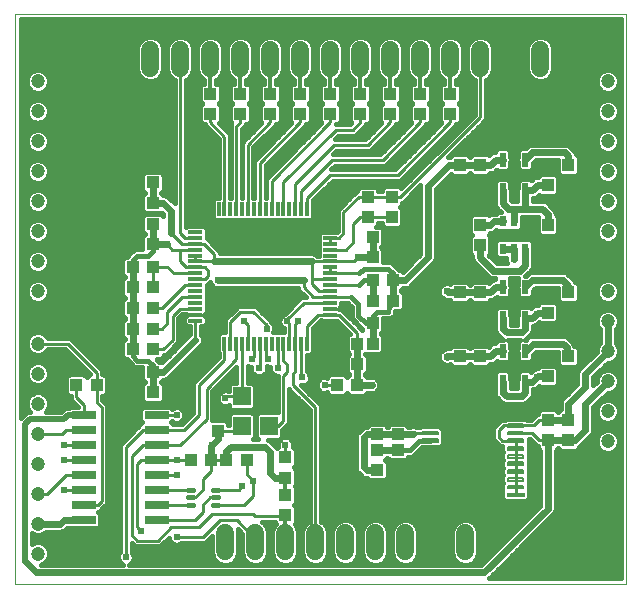
<source format=gtl>
G75*
%MOIN*%
%OFA0B0*%
%FSLAX24Y24*%
%IPPOS*%
%LPD*%
%AMOC8*
5,1,8,0,0,1.08239X$1,22.5*
%
%ADD10C,0.0000*%
%ADD11R,0.0118X0.0472*%
%ADD12R,0.0472X0.0118*%
%ADD13C,0.0600*%
%ADD14R,0.0433X0.0394*%
%ADD15R,0.0394X0.0433*%
%ADD16R,0.0591X0.0630*%
%ADD17C,0.0472*%
%ADD18R,0.0217X0.0472*%
%ADD19R,0.0236X0.0354*%
%ADD20R,0.0600X0.0165*%
%ADD21C,0.0074*%
%ADD22R,0.0800X0.0260*%
%ADD23C,0.0157*%
%ADD24C,0.0100*%
%ADD25C,0.0160*%
%ADD26C,0.0238*%
%ADD27C,0.0240*%
%ADD28C,0.0120*%
%ADD29C,0.0200*%
D10*
X000180Y000180D02*
X000180Y019176D01*
X020550Y019176D01*
X020550Y000180D01*
X000180Y000180D01*
D11*
X006954Y008186D03*
X007150Y008186D03*
X007347Y008186D03*
X007544Y008186D03*
X007741Y008186D03*
X007938Y008186D03*
X008135Y008186D03*
X008332Y008186D03*
X008528Y008186D03*
X008725Y008186D03*
X008922Y008186D03*
X009119Y008186D03*
X009316Y008186D03*
X009513Y008186D03*
X009710Y008186D03*
X009906Y008186D03*
X009906Y012674D03*
X009710Y012674D03*
X009513Y012674D03*
X009316Y012674D03*
X009119Y012674D03*
X008922Y012674D03*
X008725Y012674D03*
X008528Y012674D03*
X008332Y012674D03*
X008135Y012674D03*
X007938Y012674D03*
X007741Y012674D03*
X007544Y012674D03*
X007347Y012674D03*
X007150Y012674D03*
X006954Y012674D03*
D12*
X006186Y011906D03*
X006186Y011710D03*
X006186Y011513D03*
X006186Y011316D03*
X006186Y011119D03*
X006186Y010922D03*
X006186Y010725D03*
X006186Y010528D03*
X006186Y010332D03*
X006186Y010135D03*
X006186Y009938D03*
X006186Y009741D03*
X006186Y009544D03*
X006186Y009347D03*
X006186Y009150D03*
X006186Y008954D03*
X010674Y008954D03*
X010674Y009150D03*
X010674Y009347D03*
X010674Y009544D03*
X010674Y009741D03*
X010674Y009938D03*
X010674Y010135D03*
X010674Y010332D03*
X010674Y010528D03*
X010674Y010725D03*
X010674Y010922D03*
X010674Y011119D03*
X010674Y011316D03*
X010674Y011513D03*
X010674Y011710D03*
X010674Y011906D03*
D13*
X010680Y017380D02*
X010680Y017980D01*
X011680Y017980D02*
X011680Y017380D01*
X012680Y017380D02*
X012680Y017980D01*
X013680Y017980D02*
X013680Y017380D01*
X014680Y017380D02*
X014680Y017980D01*
X015680Y017980D02*
X015680Y017380D01*
X016680Y017380D02*
X016680Y017980D01*
X017680Y017980D02*
X017680Y017380D01*
X009680Y017380D02*
X009680Y017980D01*
X008680Y017980D02*
X008680Y017380D01*
X007680Y017380D02*
X007680Y017980D01*
X006680Y017980D02*
X006680Y017380D01*
X005680Y017380D02*
X005680Y017980D01*
X004680Y017980D02*
X004680Y017380D01*
X007180Y001855D02*
X007180Y001255D01*
X008180Y001255D02*
X008180Y001855D01*
X009180Y001855D02*
X009180Y001255D01*
X010180Y001255D02*
X010180Y001855D01*
X011180Y001855D02*
X011180Y001255D01*
X012180Y001255D02*
X012180Y001855D01*
X013180Y001855D02*
X013180Y001255D01*
X014180Y001255D02*
X014180Y001855D01*
X015180Y001855D02*
X015180Y001255D01*
D14*
X012930Y003970D03*
X012930Y004640D03*
X012243Y004640D03*
X012243Y003970D03*
X009180Y003720D03*
X009180Y003140D03*
X009180Y002470D03*
X009180Y004390D03*
X010908Y007493D03*
X011577Y007493D03*
X011577Y008180D03*
X012095Y008180D03*
X012095Y008868D03*
X012765Y008868D03*
X012765Y008180D03*
X012765Y009618D03*
X012765Y010305D03*
X012765Y011055D03*
X012765Y011743D03*
X012095Y011743D03*
X011930Y012408D03*
X011930Y013077D03*
X012095Y011055D03*
X012095Y010305D03*
X012095Y009618D03*
X010908Y008180D03*
X004765Y007993D03*
X004095Y007993D03*
X004095Y008680D03*
X004765Y008680D03*
X004765Y009368D03*
X004095Y009368D03*
X004095Y010055D03*
X004765Y010055D03*
X004765Y010743D03*
X004095Y010743D03*
X004095Y011493D03*
X004765Y011493D03*
X004765Y012180D03*
X004095Y012180D03*
X004095Y012868D03*
X004765Y012868D03*
X004765Y013555D03*
X004095Y013555D03*
X006680Y015845D03*
X006680Y016515D03*
X007680Y016515D03*
X007680Y015845D03*
X008680Y015845D03*
X008680Y016515D03*
X009680Y016515D03*
X009680Y015845D03*
X010680Y015845D03*
X010680Y016515D03*
X011680Y016515D03*
X011680Y015845D03*
X012680Y015845D03*
X012680Y016515D03*
X013680Y016515D03*
X013680Y015845D03*
X014680Y015845D03*
X014680Y016515D03*
X004765Y007243D03*
X004095Y007243D03*
X004095Y006555D03*
X004765Y006555D03*
D15*
X002890Y006805D03*
X002220Y006805D03*
X006033Y004305D03*
X006702Y004305D03*
X007220Y004305D03*
X007890Y004305D03*
X006930Y005283D03*
X006930Y005952D03*
X010908Y006805D03*
X011577Y006805D03*
X012243Y005827D03*
X012243Y005158D03*
X012930Y005158D03*
X012930Y005827D03*
X014993Y007095D03*
X014993Y007765D03*
X015680Y007765D03*
X015680Y007095D03*
X015680Y009220D03*
X015680Y009890D03*
X014993Y009890D03*
X014993Y009220D03*
X015680Y011470D03*
X015680Y012140D03*
X015680Y013470D03*
X015680Y014140D03*
X014993Y014140D03*
X014993Y013470D03*
X012743Y013077D03*
X012743Y012408D03*
X017930Y012140D03*
X017930Y011470D03*
X017930Y009890D03*
X017930Y009220D03*
X018618Y009220D03*
X018618Y009890D03*
X018618Y007765D03*
X018618Y007095D03*
X017930Y007095D03*
X017930Y007765D03*
X017930Y005640D03*
X017930Y004970D03*
X018618Y004970D03*
X018618Y005640D03*
X018618Y013470D03*
X018618Y014140D03*
X017930Y014140D03*
X017930Y013470D03*
D16*
X008633Y006422D03*
X007727Y006422D03*
X007727Y005438D03*
X008633Y005438D03*
D17*
X000930Y005180D03*
X000930Y006180D03*
X000930Y007180D03*
X000930Y008180D03*
X000930Y009930D03*
X000930Y010930D03*
X000930Y011930D03*
X000930Y012930D03*
X000930Y013930D03*
X000930Y014930D03*
X000930Y015930D03*
X000930Y016930D03*
X000930Y004180D03*
X000930Y003180D03*
X000930Y002180D03*
X000930Y001180D03*
X019930Y004930D03*
X019930Y005930D03*
X019930Y006930D03*
X019930Y007930D03*
X019930Y008930D03*
X019930Y009930D03*
X019930Y011930D03*
X019930Y012930D03*
X019930Y013930D03*
X019930Y014930D03*
X019930Y015930D03*
X019930Y016930D03*
D18*
X017179Y014317D03*
X016431Y014317D03*
X016431Y013293D03*
X016805Y013293D03*
X017179Y013293D03*
X017179Y010067D03*
X016431Y010067D03*
X016431Y009043D03*
X016805Y009043D03*
X017179Y009043D03*
X017179Y007942D03*
X016431Y007942D03*
X016431Y006918D03*
X016805Y006918D03*
X017179Y006918D03*
D19*
X017179Y011352D03*
X016805Y011352D03*
X016431Y011352D03*
X016431Y012258D03*
X016805Y012258D03*
X017179Y012258D03*
D20*
X016857Y003153D03*
D21*
X017120Y003364D02*
X017120Y003454D01*
X017120Y003364D02*
X016594Y003364D01*
X016594Y003454D01*
X017120Y003454D01*
X017120Y003437D02*
X016594Y003437D01*
X017120Y003620D02*
X017120Y003710D01*
X017120Y003620D02*
X016594Y003620D01*
X016594Y003710D01*
X017120Y003710D01*
X017120Y003693D02*
X016594Y003693D01*
X017120Y003876D02*
X017120Y003966D01*
X017120Y003876D02*
X016594Y003876D01*
X016594Y003966D01*
X017120Y003966D01*
X017120Y003949D02*
X016594Y003949D01*
X017120Y004132D02*
X017120Y004222D01*
X017120Y004132D02*
X016594Y004132D01*
X016594Y004222D01*
X017120Y004222D01*
X017120Y004205D02*
X016594Y004205D01*
X017120Y004388D02*
X017120Y004478D01*
X017120Y004388D02*
X016594Y004388D01*
X016594Y004478D01*
X017120Y004478D01*
X017120Y004461D02*
X016594Y004461D01*
X017120Y004644D02*
X017120Y004734D01*
X017120Y004644D02*
X016594Y004644D01*
X016594Y004734D01*
X017120Y004734D01*
X017120Y004717D02*
X016594Y004717D01*
X017120Y004900D02*
X017120Y004990D01*
X017120Y004900D02*
X016594Y004900D01*
X016594Y004990D01*
X017120Y004990D01*
X017120Y004973D02*
X016594Y004973D01*
X017120Y005156D02*
X017120Y005246D01*
X017120Y005156D02*
X016594Y005156D01*
X016594Y005246D01*
X017120Y005246D01*
X017120Y005229D02*
X016594Y005229D01*
X017120Y005412D02*
X017120Y005502D01*
X017120Y005412D02*
X016594Y005412D01*
X016594Y005502D01*
X017120Y005502D01*
X017120Y005485D02*
X016594Y005485D01*
X014266Y005502D02*
X014266Y005412D01*
X013740Y005412D01*
X013740Y005502D01*
X014266Y005502D01*
X014266Y005485D02*
X013740Y005485D01*
X014266Y005246D02*
X014266Y005156D01*
X013740Y005156D01*
X013740Y005246D01*
X014266Y005246D01*
X014266Y005229D02*
X013740Y005229D01*
X014266Y004990D02*
X014266Y004900D01*
X013740Y004900D01*
X013740Y004990D01*
X014266Y004990D01*
X014266Y004973D02*
X013740Y004973D01*
X014266Y004734D02*
X014266Y004644D01*
X013740Y004644D01*
X013740Y004734D01*
X014266Y004734D01*
X014266Y004717D02*
X013740Y004717D01*
X014266Y004478D02*
X014266Y004388D01*
X013740Y004388D01*
X013740Y004478D01*
X014266Y004478D01*
X014266Y004461D02*
X013740Y004461D01*
X014266Y004222D02*
X014266Y004132D01*
X013740Y004132D01*
X013740Y004222D01*
X014266Y004222D01*
X014266Y004205D02*
X013740Y004205D01*
X014266Y003966D02*
X014266Y003876D01*
X013740Y003876D01*
X013740Y003966D01*
X014266Y003966D01*
X014266Y003949D02*
X013740Y003949D01*
X014266Y003710D02*
X014266Y003620D01*
X013740Y003620D01*
X013740Y003710D01*
X014266Y003710D01*
X014266Y003693D02*
X013740Y003693D01*
X014266Y003454D02*
X014266Y003364D01*
X013740Y003364D01*
X013740Y003454D01*
X014266Y003454D01*
X014266Y003437D02*
X013740Y003437D01*
X014266Y003198D02*
X014266Y003108D01*
X013740Y003108D01*
X013740Y003198D01*
X014266Y003198D01*
X014266Y003181D02*
X013740Y003181D01*
D22*
X004890Y003305D03*
X004890Y002805D03*
X004890Y002305D03*
X004890Y003805D03*
X004890Y004305D03*
X004890Y004805D03*
X004890Y005305D03*
X004890Y005805D03*
X002470Y005805D03*
X002470Y005305D03*
X002470Y004805D03*
X002470Y004305D03*
X002470Y003805D03*
X002470Y003305D03*
X002470Y002805D03*
X002470Y002305D03*
D23*
X005928Y002799D02*
X005928Y002799D01*
X006106Y002799D01*
X006106Y002799D01*
X005928Y002799D01*
X005928Y003055D02*
X005928Y003055D01*
X006106Y003055D01*
X006106Y003055D01*
X005928Y003055D01*
X005928Y003311D02*
X005928Y003311D01*
X006106Y003311D01*
X006106Y003311D01*
X005928Y003311D01*
X006754Y003311D02*
X006754Y003311D01*
X006932Y003311D01*
X006932Y003311D01*
X006754Y003311D01*
X006754Y003055D02*
X006754Y003055D01*
X006932Y003055D01*
X006932Y003055D01*
X006754Y003055D01*
X006754Y002799D02*
X006754Y002799D01*
X006932Y002799D01*
X006932Y002799D01*
X006754Y002799D01*
D24*
X006843Y002799D02*
X007799Y002799D01*
X008118Y003118D01*
X008118Y003618D01*
X007890Y003845D01*
X007890Y004305D01*
X007220Y004305D02*
X006702Y004305D01*
X006702Y003952D01*
X006430Y003680D01*
X006430Y003305D01*
X006180Y003055D01*
X006017Y003055D01*
X006011Y002805D02*
X006017Y002799D01*
X006011Y002805D02*
X004890Y002805D01*
X004890Y002305D02*
X006180Y002305D01*
X006430Y002555D01*
X006430Y002805D01*
X006680Y003055D01*
X006843Y003055D01*
X006843Y003311D02*
X007623Y003311D01*
X007743Y003430D01*
X008118Y002493D02*
X008180Y002430D01*
X009140Y002430D01*
X008180Y001680D02*
X007555Y002305D01*
X006993Y002305D01*
X006430Y001743D01*
X005555Y001743D01*
X005368Y002055D02*
X004930Y001618D01*
X004243Y001618D01*
X004055Y001805D01*
X004055Y004430D01*
X004430Y004805D01*
X004890Y004805D01*
X005680Y004805D01*
X006555Y005680D01*
X006555Y006680D01*
X007544Y007669D01*
X007544Y008186D01*
X007347Y008186D02*
X007347Y008910D01*
X007680Y009243D01*
X008118Y009243D01*
X008555Y008805D01*
X008555Y008680D01*
X008528Y008186D02*
X008528Y007769D01*
X008618Y007680D01*
X008922Y007375D02*
X008930Y007368D01*
X008922Y007375D02*
X008922Y008186D01*
X009119Y008186D02*
X009119Y007616D01*
X009243Y007493D01*
X009243Y007243D01*
X009118Y007118D01*
X009118Y005618D01*
X008938Y005438D01*
X008633Y005438D01*
X009180Y004805D02*
X009180Y004390D01*
X007727Y005438D02*
X007572Y005283D01*
X006930Y005283D01*
X006305Y005805D02*
X006305Y006805D01*
X007150Y007650D01*
X007150Y008186D01*
X007741Y008186D02*
X007741Y006436D01*
X007727Y006422D01*
X007235Y006422D01*
X007180Y006368D01*
X006305Y005805D02*
X005805Y005305D01*
X004890Y005305D01*
X004430Y005305D01*
X003868Y004743D01*
X003868Y001055D01*
X004368Y001930D02*
X004243Y002055D01*
X004243Y004180D01*
X004368Y004305D01*
X004890Y004305D01*
X005555Y004305D01*
X006033Y004305D01*
X005555Y003805D02*
X004890Y003805D01*
X004890Y003305D02*
X006011Y003305D01*
X006017Y003311D01*
X006743Y002493D02*
X008118Y002493D01*
X008180Y001680D02*
X008180Y001555D01*
X006743Y002493D02*
X006305Y002055D01*
X005368Y002055D01*
X003055Y002930D02*
X002930Y002805D01*
X002470Y002805D01*
X002470Y003305D02*
X001805Y003305D01*
X001868Y003805D02*
X002470Y003805D01*
X002470Y004305D02*
X001805Y004305D01*
X001805Y004805D02*
X002470Y004805D01*
X002470Y005305D02*
X001868Y005305D01*
X001743Y005180D01*
X000930Y005180D01*
X001868Y003805D02*
X001243Y003180D01*
X000930Y003180D01*
X003055Y002930D02*
X003055Y006055D01*
X002890Y006220D01*
X002890Y006805D01*
X002890Y007220D01*
X001930Y008180D01*
X000930Y008180D01*
X002220Y006805D02*
X002220Y006390D01*
X002470Y006140D01*
X002470Y005805D01*
X004765Y007993D02*
X005118Y007993D01*
X005430Y008305D01*
X005430Y009118D01*
X005660Y009347D01*
X006186Y009347D01*
X006186Y009150D02*
X005775Y009150D01*
X005680Y009055D01*
X006118Y009150D02*
X006186Y009150D01*
X006186Y008954D02*
X006186Y008311D01*
X006180Y008305D01*
X005243Y008868D02*
X005243Y009243D01*
X005741Y009741D01*
X006186Y009741D01*
X006186Y010135D02*
X005822Y010135D01*
X005055Y009368D01*
X004765Y009368D01*
X004765Y010055D02*
X004765Y010743D01*
X005243Y010743D01*
X005457Y010528D01*
X006186Y010528D01*
X006186Y010332D02*
X006519Y010332D01*
X006618Y010430D01*
X006618Y010618D01*
X006510Y010725D01*
X006186Y010725D01*
X005885Y010725D01*
X005680Y010930D01*
X005680Y011316D01*
X005419Y011316D01*
X005243Y011493D01*
X005368Y011868D02*
X005722Y011513D01*
X006186Y011513D01*
X006472Y011513D01*
X006805Y011180D01*
X006805Y010930D01*
X006797Y010922D01*
X006186Y010922D01*
X006186Y011119D01*
X006186Y011316D02*
X005680Y011316D01*
X005838Y011710D02*
X005680Y011868D01*
X005680Y017680D01*
X006680Y015845D02*
X006680Y015555D01*
X007150Y015085D01*
X007150Y012674D01*
X007544Y012674D02*
X007544Y015419D01*
X007680Y015555D01*
X007680Y015845D01*
X008680Y015845D02*
X008680Y015555D01*
X007930Y014805D01*
X007930Y012682D01*
X007938Y012674D01*
X008332Y012674D02*
X008332Y014207D01*
X009680Y015555D01*
X009680Y015845D01*
X010680Y015845D02*
X010680Y015555D01*
X008725Y013600D01*
X008725Y012674D01*
X009119Y012674D02*
X009119Y013556D01*
X010868Y015305D01*
X011430Y015305D01*
X011680Y015555D01*
X011680Y015845D01*
X012680Y015845D02*
X012680Y015555D01*
X011930Y014805D01*
X010805Y014805D01*
X009513Y013513D01*
X009513Y012674D01*
X009710Y012674D02*
X009710Y013272D01*
X010743Y014305D01*
X012430Y014305D01*
X013680Y015555D01*
X013680Y015845D01*
X014680Y015845D02*
X014680Y015555D01*
X012930Y013805D01*
X010680Y013805D01*
X009906Y013031D01*
X009906Y012674D01*
X010674Y011710D02*
X010960Y011710D01*
X011118Y011868D01*
X011118Y012555D01*
X011640Y013077D01*
X011930Y013077D01*
X012743Y013077D01*
X013015Y013077D01*
X015680Y015743D01*
X015680Y017680D01*
X012743Y012408D02*
X011930Y012408D01*
X011658Y012408D01*
X011430Y012180D01*
X011430Y011555D01*
X011191Y011316D01*
X010674Y011316D01*
X010674Y011513D02*
X010674Y011710D01*
X010674Y010922D02*
X010063Y010922D01*
X010055Y010930D01*
X010055Y010305D01*
X010082Y010332D01*
X010674Y010332D01*
X010674Y010528D02*
X011653Y010528D01*
X011635Y010135D02*
X010674Y010135D01*
X010674Y009938D02*
X010297Y009938D01*
X010055Y010180D01*
X010055Y010305D01*
X009805Y010305D02*
X009805Y010055D01*
X010119Y009741D01*
X010674Y009741D01*
X011369Y009741D01*
X011200Y009347D02*
X011243Y009305D01*
X011200Y009347D02*
X010674Y009347D01*
X010674Y009150D02*
X010960Y009150D01*
X011577Y008533D01*
X011577Y008180D01*
X010674Y009150D02*
X010275Y009150D01*
X009906Y008781D01*
X009906Y008186D01*
X009710Y008186D02*
X009710Y007085D01*
X009743Y007055D01*
X009513Y007263D02*
X009430Y007180D01*
X009430Y006805D01*
X010180Y006055D01*
X010180Y001555D01*
X013430Y005180D02*
X013451Y005201D01*
X014003Y005201D01*
X016305Y005305D02*
X016305Y005055D01*
X016415Y004945D01*
X016857Y004945D01*
X016857Y004689D01*
X016857Y004433D01*
X016857Y004177D01*
X016857Y003921D01*
X016857Y003665D01*
X016857Y003409D01*
X016857Y003153D01*
X017640Y004970D02*
X017930Y004970D01*
X017640Y004970D02*
X017409Y005201D01*
X016857Y005201D01*
X016857Y005457D02*
X016457Y005457D01*
X016305Y005305D01*
X016857Y005457D02*
X017457Y005457D01*
X017640Y005640D01*
X017930Y005640D01*
X011618Y011055D02*
X011485Y010922D01*
X010674Y010922D01*
X010674Y010725D02*
X010674Y010528D01*
X010674Y009544D02*
X009794Y009544D01*
X009243Y008993D01*
X009243Y008930D01*
X009316Y008857D01*
X009316Y008186D01*
X009513Y008186D02*
X009513Y007263D01*
X009513Y008186D02*
X009513Y008825D01*
X009618Y008930D01*
X008332Y008186D02*
X008332Y007394D01*
X008305Y007368D01*
X008055Y007680D02*
X008135Y007760D01*
X008135Y008186D01*
X007938Y008186D02*
X007938Y008797D01*
X007805Y008930D01*
X005243Y008868D02*
X005055Y008680D01*
X004765Y008680D01*
X004890Y005805D02*
X005555Y005805D01*
X010493Y006805D02*
X010908Y006805D01*
X006186Y011710D02*
X005838Y011710D01*
D25*
X005870Y012084D02*
X005870Y016982D01*
X005929Y017007D01*
X006053Y017131D01*
X006120Y017292D01*
X006120Y018068D01*
X006053Y018229D01*
X005929Y018353D01*
X005768Y018420D01*
X005592Y018420D01*
X005431Y018353D01*
X005307Y018229D01*
X005240Y018068D01*
X005240Y017292D01*
X005307Y017131D01*
X005431Y017007D01*
X005490Y016982D01*
X005490Y012863D01*
X005265Y013088D01*
X005169Y013127D01*
X005116Y013127D01*
X005039Y013204D01*
X005025Y013204D01*
X005025Y013218D01*
X005039Y013218D01*
X005121Y013300D01*
X005121Y013810D01*
X005039Y013892D01*
X004490Y013892D01*
X004408Y013810D01*
X004408Y013300D01*
X004490Y013218D01*
X004505Y013218D01*
X004505Y013204D01*
X004490Y013204D01*
X004408Y013122D01*
X004408Y012613D01*
X004490Y012531D01*
X005039Y012531D01*
X005063Y012554D01*
X005108Y012510D01*
X005108Y012449D01*
X005039Y012517D01*
X004490Y012517D01*
X004408Y012435D01*
X004408Y011925D01*
X004490Y011843D01*
X004505Y011843D01*
X004505Y011829D01*
X004490Y011829D01*
X004408Y011747D01*
X004408Y011337D01*
X004151Y011337D01*
X004004Y011190D01*
X003893Y011079D01*
X003821Y011079D01*
X003739Y010997D01*
X003739Y010488D01*
X003821Y010406D01*
X003835Y010406D01*
X003835Y010392D01*
X003821Y010392D01*
X003739Y010310D01*
X003739Y009800D01*
X003821Y009718D01*
X003835Y009718D01*
X003835Y009704D01*
X003821Y009704D01*
X003739Y009622D01*
X003739Y009113D01*
X003821Y009031D01*
X003835Y009031D01*
X003835Y009017D01*
X003821Y009017D01*
X003739Y008935D01*
X003739Y008425D01*
X003821Y008343D01*
X003835Y008343D01*
X003835Y008329D01*
X003821Y008329D01*
X003739Y008247D01*
X003739Y007738D01*
X003821Y007656D01*
X003893Y007656D01*
X004023Y007526D01*
X004151Y007398D01*
X004408Y007398D01*
X004408Y006988D01*
X004490Y006906D01*
X004505Y006906D01*
X004505Y006892D01*
X004490Y006892D01*
X004408Y006810D01*
X004408Y006300D01*
X004490Y006218D01*
X005039Y006218D01*
X005121Y006300D01*
X005121Y006810D01*
X005039Y006892D01*
X005025Y006892D01*
X005025Y006906D01*
X005039Y006906D01*
X005116Y006983D01*
X005169Y006983D01*
X005265Y007022D01*
X006400Y008158D01*
X006440Y008253D01*
X006440Y008357D01*
X006400Y008452D01*
X006376Y008477D01*
X006376Y008755D01*
X006480Y008755D01*
X006562Y008837D01*
X006562Y009071D01*
X006482Y009150D01*
X006562Y009230D01*
X006562Y010142D01*
X006598Y010142D01*
X006682Y010225D01*
X006710Y010158D01*
X006783Y010085D01*
X006878Y010045D01*
X009615Y010045D01*
X009615Y009976D01*
X009857Y009734D01*
X009715Y009734D01*
X009604Y009623D01*
X009604Y009623D01*
X009156Y009174D01*
X009096Y009150D01*
X009023Y009077D01*
X008983Y008982D01*
X008983Y008878D01*
X009023Y008783D01*
X009096Y008710D01*
X009126Y008698D01*
X009126Y008562D01*
X008787Y008562D01*
X008814Y008628D01*
X008814Y008732D01*
X008775Y008827D01*
X008745Y008856D01*
X008745Y008884D01*
X008634Y008995D01*
X008196Y009432D01*
X007601Y009432D01*
X007490Y009321D01*
X007157Y008989D01*
X007157Y008562D01*
X007033Y008562D01*
X006951Y008480D01*
X006951Y007892D01*
X006960Y007883D01*
X006960Y007729D01*
X006115Y006884D01*
X006115Y005884D01*
X005726Y005495D01*
X005428Y005495D01*
X005368Y005555D01*
X005403Y005590D01*
X005408Y005585D01*
X005503Y005546D01*
X005607Y005546D01*
X005702Y005585D01*
X005775Y005658D01*
X005814Y005753D01*
X005814Y005857D01*
X005775Y005952D01*
X005702Y006025D01*
X005607Y006064D01*
X005503Y006064D01*
X005408Y006025D01*
X005403Y006020D01*
X005348Y006075D01*
X004432Y006075D01*
X004350Y005993D01*
X004350Y005617D01*
X004412Y005555D01*
X004352Y005495D01*
X004351Y005495D01*
X003789Y004932D01*
X003678Y004821D01*
X003678Y001231D01*
X003648Y001202D01*
X003608Y001107D01*
X003608Y001003D01*
X003648Y000908D01*
X003721Y000835D01*
X003770Y000815D01*
X001032Y000815D01*
X001143Y000861D01*
X001249Y000967D01*
X001306Y001105D01*
X001306Y001255D01*
X001249Y001393D01*
X001143Y001499D01*
X001005Y001556D01*
X000855Y001556D01*
X000732Y001505D01*
X000732Y001855D01*
X000855Y001804D01*
X001005Y001804D01*
X001143Y001861D01*
X001202Y001920D01*
X001732Y001920D01*
X001827Y001960D01*
X001900Y002033D01*
X001913Y002045D01*
X002002Y002045D01*
X002012Y002035D01*
X002928Y002035D01*
X003010Y002117D01*
X003010Y002493D01*
X002948Y002555D01*
X003008Y002615D01*
X003009Y002615D01*
X003120Y002726D01*
X003245Y002851D01*
X003245Y006134D01*
X003134Y006245D01*
X003080Y006299D01*
X003080Y006448D01*
X003144Y006448D01*
X003226Y006530D01*
X003226Y007080D01*
X003144Y007162D01*
X003080Y007162D01*
X003080Y007299D01*
X002968Y007410D01*
X002009Y008370D01*
X001259Y008370D01*
X001249Y008393D01*
X001143Y008499D01*
X001005Y008556D01*
X000855Y008556D01*
X000717Y008499D01*
X000611Y008393D01*
X000554Y008255D01*
X000554Y008105D01*
X000360Y008105D01*
X000360Y007947D02*
X000631Y007947D01*
X000611Y007967D02*
X000717Y007861D01*
X000855Y007804D01*
X001005Y007804D01*
X001143Y007861D01*
X001249Y007967D01*
X001259Y007990D01*
X001851Y007990D01*
X002680Y007162D01*
X002635Y007162D01*
X002555Y007082D01*
X002475Y007162D01*
X001966Y007162D01*
X001884Y007080D01*
X001884Y006530D01*
X001966Y006448D01*
X002030Y006448D01*
X002030Y006311D01*
X002142Y006200D01*
X002266Y006075D01*
X002012Y006075D01*
X001982Y006045D01*
X001882Y006045D01*
X001794Y006008D01*
X001727Y005941D01*
X001706Y005920D01*
X001202Y005920D01*
X001249Y005967D01*
X001306Y006105D01*
X001306Y006255D01*
X001249Y006393D01*
X001143Y006499D01*
X001005Y006556D01*
X000855Y006556D01*
X000717Y006499D01*
X000611Y006393D01*
X000554Y006255D01*
X000554Y006105D01*
X000611Y005967D01*
X000658Y005920D01*
X000632Y005920D01*
X000544Y005883D01*
X000477Y005816D01*
X000360Y005699D01*
X000360Y018996D01*
X020370Y018996D01*
X020370Y000360D01*
X015978Y000360D01*
X016025Y000408D01*
X018150Y002533D01*
X018190Y002628D01*
X018190Y004619D01*
X018267Y004696D01*
X018267Y004710D01*
X018281Y004710D01*
X018281Y004696D01*
X018363Y004614D01*
X018872Y004614D01*
X018954Y004696D01*
X018954Y004734D01*
X018993Y004750D01*
X019066Y004823D01*
X019400Y005158D01*
X019440Y005253D01*
X019440Y006072D01*
X019921Y006554D01*
X020005Y006554D01*
X020143Y006611D01*
X020249Y006717D01*
X020306Y006855D01*
X020306Y007005D01*
X020249Y007143D01*
X020143Y007249D01*
X020005Y007306D01*
X019855Y007306D01*
X019717Y007249D01*
X019611Y007143D01*
X019554Y007005D01*
X019554Y006921D01*
X019440Y006808D01*
X019440Y007072D01*
X019921Y007554D01*
X020005Y007554D01*
X020143Y007611D01*
X020249Y007717D01*
X020306Y007855D01*
X020306Y008005D01*
X020249Y008143D01*
X020190Y008202D01*
X020190Y008658D01*
X020249Y008717D01*
X020306Y008855D01*
X020306Y009005D01*
X020249Y009143D01*
X020143Y009249D01*
X020005Y009306D01*
X019855Y009306D01*
X019717Y009249D01*
X019611Y009143D01*
X019554Y009005D01*
X019554Y008855D01*
X019611Y008717D01*
X019670Y008658D01*
X019670Y008202D01*
X019611Y008143D01*
X019554Y008005D01*
X019554Y007921D01*
X019033Y007400D01*
X018960Y007327D01*
X018920Y007232D01*
X018920Y006850D01*
X018470Y006400D01*
X018397Y006327D01*
X018358Y006232D01*
X018358Y005991D01*
X018281Y005914D01*
X018281Y005900D01*
X018267Y005900D01*
X018267Y005914D01*
X018185Y005996D01*
X017675Y005996D01*
X017593Y005914D01*
X017593Y005830D01*
X017561Y005830D01*
X017450Y005718D01*
X017378Y005647D01*
X017226Y005647D01*
X017193Y005679D01*
X016521Y005679D01*
X016488Y005647D01*
X016378Y005647D01*
X016226Y005495D01*
X016115Y005384D01*
X016115Y004976D01*
X016226Y004865D01*
X016337Y004755D01*
X016417Y004755D01*
X016417Y004570D01*
X016426Y004561D01*
X016417Y004552D01*
X016417Y004314D01*
X016426Y004305D01*
X016417Y004296D01*
X016417Y004058D01*
X016426Y004049D01*
X016417Y004040D01*
X016417Y003802D01*
X016426Y003793D01*
X016417Y003784D01*
X016417Y003546D01*
X016426Y003537D01*
X016417Y003528D01*
X016417Y003013D01*
X016499Y002931D01*
X017215Y002931D01*
X017297Y003013D01*
X017297Y003528D01*
X017288Y003537D01*
X017297Y003546D01*
X017297Y003784D01*
X017288Y003793D01*
X017297Y003802D01*
X017297Y004040D01*
X017288Y004049D01*
X017297Y004058D01*
X017297Y004296D01*
X017288Y004305D01*
X017297Y004314D01*
X017297Y004552D01*
X017288Y004561D01*
X017297Y004570D01*
X017297Y004808D01*
X017288Y004817D01*
X017297Y004826D01*
X017297Y005011D01*
X017331Y005011D01*
X017450Y004892D01*
X017450Y004892D01*
X017561Y004780D01*
X017593Y004780D01*
X017593Y004696D01*
X017670Y004619D01*
X017670Y002788D01*
X015697Y000815D01*
X003965Y000815D01*
X004014Y000835D01*
X004087Y000908D01*
X004127Y001003D01*
X004127Y001107D01*
X004087Y001202D01*
X004057Y001231D01*
X004057Y001534D01*
X004164Y001428D01*
X005009Y001428D01*
X005296Y001715D01*
X005296Y001691D01*
X005335Y001596D01*
X005408Y001523D01*
X005503Y001483D01*
X005607Y001483D01*
X005702Y001523D01*
X005731Y001553D01*
X006509Y001553D01*
X006740Y001784D01*
X006740Y001167D01*
X006807Y001006D01*
X006931Y000882D01*
X007092Y000815D01*
X007268Y000815D01*
X007429Y000882D01*
X007553Y001006D01*
X007620Y001167D01*
X007620Y001943D01*
X007600Y001992D01*
X007740Y001851D01*
X007740Y001167D01*
X007807Y001006D01*
X007931Y000882D01*
X008092Y000815D01*
X008268Y000815D01*
X008429Y000882D01*
X008553Y001006D01*
X008620Y001167D01*
X008620Y001943D01*
X008553Y002104D01*
X008429Y002228D01*
X008400Y002240D01*
X008823Y002240D01*
X008823Y002216D01*
X008871Y002168D01*
X008807Y002104D01*
X008740Y001943D01*
X008740Y001167D01*
X008807Y001006D01*
X008931Y000882D01*
X009092Y000815D01*
X009268Y000815D01*
X009429Y000882D01*
X009553Y001006D01*
X009620Y001167D01*
X009620Y001943D01*
X009553Y002104D01*
X009489Y002168D01*
X009537Y002216D01*
X009537Y002725D01*
X009457Y002805D01*
X009537Y002885D01*
X009537Y003394D01*
X009501Y003430D01*
X009537Y003466D01*
X009537Y003975D01*
X009457Y004055D01*
X009537Y004135D01*
X009537Y004644D01*
X009455Y004726D01*
X009428Y004726D01*
X009439Y004753D01*
X009439Y004857D01*
X009400Y004952D01*
X009327Y005025D01*
X009232Y005064D01*
X009128Y005064D01*
X009033Y005025D01*
X008960Y004952D01*
X008921Y004857D01*
X008921Y004753D01*
X008932Y004726D01*
X008905Y004726D01*
X008891Y004712D01*
X008640Y004963D01*
X008591Y004983D01*
X008986Y004983D01*
X009068Y005065D01*
X009068Y005299D01*
X009196Y005428D01*
X009307Y005539D01*
X009307Y006659D01*
X009351Y006615D01*
X009990Y005976D01*
X009990Y002253D01*
X009931Y002228D01*
X009807Y002104D01*
X009740Y001943D01*
X009740Y001167D01*
X009807Y001006D01*
X009931Y000882D01*
X010092Y000815D01*
X010268Y000815D01*
X010429Y000882D01*
X010553Y001006D01*
X010620Y001167D01*
X010620Y001943D01*
X010553Y002104D01*
X010429Y002228D01*
X010370Y002253D01*
X010370Y006134D01*
X009708Y006796D01*
X009794Y006796D01*
X009889Y006835D01*
X009962Y006908D01*
X010002Y007003D01*
X010002Y007107D01*
X009962Y007202D01*
X009900Y007264D01*
X009900Y007810D01*
X010023Y007810D01*
X010105Y007892D01*
X010105Y008480D01*
X010096Y008489D01*
X010096Y008703D01*
X010354Y008960D01*
X010371Y008960D01*
X010380Y008951D01*
X010890Y008951D01*
X011324Y008517D01*
X011303Y008517D01*
X011221Y008435D01*
X011221Y007925D01*
X011303Y007843D01*
X011317Y007843D01*
X011317Y007829D01*
X011303Y007829D01*
X011221Y007747D01*
X011221Y007238D01*
X011303Y007156D01*
X011316Y007156D01*
X011242Y007082D01*
X011163Y007162D01*
X010653Y007162D01*
X010571Y007080D01*
X010571Y007053D01*
X010544Y007064D01*
X010441Y007064D01*
X010346Y007025D01*
X010273Y006952D01*
X010233Y006857D01*
X010233Y006753D01*
X010273Y006658D01*
X010346Y006585D01*
X010441Y006546D01*
X010544Y006546D01*
X010571Y006557D01*
X010571Y006530D01*
X010653Y006448D01*
X011163Y006448D01*
X011242Y006528D01*
X011322Y006448D01*
X011832Y006448D01*
X011914Y006530D01*
X011914Y006545D01*
X012107Y006545D01*
X012202Y006585D01*
X012275Y006658D01*
X012315Y006753D01*
X012315Y006857D01*
X012275Y006952D01*
X012202Y007025D01*
X012107Y007065D01*
X011914Y007065D01*
X011914Y007080D01*
X011838Y007156D01*
X011852Y007156D01*
X011934Y007238D01*
X011934Y007747D01*
X011852Y007829D01*
X011837Y007829D01*
X011837Y007843D01*
X012370Y007843D01*
X012452Y007925D01*
X012452Y008435D01*
X012370Y008517D01*
X012355Y008517D01*
X012355Y008531D01*
X012370Y008531D01*
X012452Y008613D01*
X012452Y009023D01*
X012601Y009023D01*
X012675Y009011D01*
X012690Y009023D01*
X012709Y009023D01*
X012761Y009075D01*
X012821Y009120D01*
X012824Y009138D01*
X012837Y009151D01*
X012837Y009226D01*
X012846Y009281D01*
X013039Y009281D01*
X013121Y009363D01*
X013121Y009872D01*
X013039Y009954D01*
X013025Y009954D01*
X013025Y009968D01*
X013039Y009968D01*
X013116Y010045D01*
X013232Y010045D01*
X013327Y010085D01*
X013400Y010158D01*
X014150Y010908D01*
X014190Y011003D01*
X014190Y013322D01*
X014694Y013827D01*
X014738Y013783D01*
X015247Y013783D01*
X015329Y013865D01*
X015329Y013880D01*
X015343Y013880D01*
X015343Y013865D01*
X015425Y013783D01*
X015935Y013783D01*
X016017Y013865D01*
X016017Y013880D01*
X016066Y013880D01*
X016162Y013919D01*
X016224Y013981D01*
X016265Y013941D01*
X016597Y013941D01*
X016679Y014023D01*
X016679Y014237D01*
X016691Y014265D01*
X016691Y014369D01*
X016679Y014397D01*
X016679Y014611D01*
X016597Y014693D01*
X016265Y014693D01*
X016183Y014611D01*
X016183Y014577D01*
X016140Y014577D01*
X016045Y014537D01*
X015971Y014464D01*
X015969Y014462D01*
X015935Y014496D01*
X015425Y014496D01*
X015343Y014414D01*
X015343Y014400D01*
X015329Y014400D01*
X015329Y014414D01*
X015247Y014496D01*
X014738Y014496D01*
X014656Y014414D01*
X014656Y014400D01*
X014606Y014400D01*
X015759Y015553D01*
X015870Y015664D01*
X015870Y016982D01*
X015929Y017007D01*
X016053Y017131D01*
X016120Y017292D01*
X016120Y018068D01*
X016053Y018229D01*
X015929Y018353D01*
X015768Y018420D01*
X015592Y018420D01*
X015431Y018353D01*
X015307Y018229D01*
X015240Y018068D01*
X015240Y017292D01*
X015307Y017131D01*
X015431Y017007D01*
X015490Y016982D01*
X015490Y015821D01*
X013050Y013381D01*
X012997Y013434D01*
X012488Y013434D01*
X012406Y013352D01*
X012406Y013267D01*
X012287Y013267D01*
X012287Y013332D01*
X012205Y013414D01*
X011655Y013414D01*
X011573Y013332D01*
X011573Y013267D01*
X011561Y013267D01*
X011450Y013156D01*
X010928Y012634D01*
X010928Y011946D01*
X010890Y011909D01*
X006562Y011909D01*
X006562Y012023D02*
X006562Y011692D01*
X006884Y011370D01*
X006995Y011259D01*
X006995Y011190D01*
X010107Y011190D01*
X010202Y011150D01*
X010241Y011112D01*
X010298Y011112D01*
X010298Y011827D01*
X010380Y011909D01*
X010890Y011909D01*
X010928Y012068D02*
X006518Y012068D01*
X006480Y012105D02*
X005892Y012105D01*
X005870Y012084D01*
X005870Y012226D02*
X010928Y012226D01*
X010928Y012385D02*
X010105Y012385D01*
X010105Y012380D02*
X010105Y012962D01*
X010759Y013615D01*
X013009Y013615D01*
X014759Y015365D01*
X014870Y015476D01*
X014870Y015509D01*
X014955Y015509D01*
X015037Y015591D01*
X015037Y016100D01*
X014957Y016180D01*
X015037Y016260D01*
X015037Y016769D01*
X014955Y016851D01*
X014880Y016851D01*
X014880Y016987D01*
X014929Y017007D01*
X015053Y017131D01*
X015120Y017292D01*
X015120Y018068D01*
X015053Y018229D01*
X014929Y018353D01*
X014768Y018420D01*
X014592Y018420D01*
X014431Y018353D01*
X014307Y018229D01*
X014240Y018068D01*
X014240Y017292D01*
X014307Y017131D01*
X014431Y017007D01*
X014480Y016987D01*
X014480Y016851D01*
X014405Y016851D01*
X014323Y016769D01*
X014323Y016260D01*
X014403Y016180D01*
X014323Y016100D01*
X014323Y015591D01*
X014385Y015529D01*
X012851Y013995D01*
X010701Y013995D01*
X010821Y014115D01*
X012509Y014115D01*
X013759Y015365D01*
X013870Y015476D01*
X013870Y015509D01*
X013955Y015509D01*
X014037Y015591D01*
X014037Y016100D01*
X013957Y016180D01*
X014037Y016260D01*
X014037Y016769D01*
X013955Y016851D01*
X013880Y016851D01*
X013880Y016987D01*
X013929Y017007D01*
X014053Y017131D01*
X014120Y017292D01*
X014120Y018068D01*
X014053Y018229D01*
X013929Y018353D01*
X013768Y018420D01*
X013592Y018420D01*
X013431Y018353D01*
X013307Y018229D01*
X013240Y018068D01*
X013240Y017292D01*
X013307Y017131D01*
X013431Y017007D01*
X013480Y016987D01*
X013480Y016851D01*
X013405Y016851D01*
X013323Y016769D01*
X013323Y016260D01*
X013403Y016180D01*
X013323Y016100D01*
X013323Y015591D01*
X013385Y015529D01*
X012351Y014495D01*
X010764Y014495D01*
X010884Y014615D01*
X012009Y014615D01*
X012759Y015365D01*
X012870Y015476D01*
X012870Y015509D01*
X012955Y015509D01*
X013037Y015591D01*
X013037Y016100D01*
X012957Y016180D01*
X013037Y016260D01*
X013037Y016769D01*
X012955Y016851D01*
X012880Y016851D01*
X012880Y016987D01*
X012929Y017007D01*
X013053Y017131D01*
X013120Y017292D01*
X013120Y018068D01*
X013053Y018229D01*
X012929Y018353D01*
X012768Y018420D01*
X012592Y018420D01*
X012431Y018353D01*
X012307Y018229D01*
X012240Y018068D01*
X012240Y017292D01*
X012307Y017131D01*
X012431Y017007D01*
X012480Y016987D01*
X012480Y016851D01*
X012405Y016851D01*
X012323Y016769D01*
X012323Y016260D01*
X012403Y016180D01*
X012323Y016100D01*
X012323Y015591D01*
X012385Y015529D01*
X011851Y014995D01*
X010826Y014995D01*
X010946Y015115D01*
X011509Y015115D01*
X011759Y015365D01*
X011870Y015476D01*
X011870Y015509D01*
X011955Y015509D01*
X012037Y015591D01*
X012037Y016100D01*
X011957Y016180D01*
X012037Y016260D01*
X012037Y016769D01*
X011955Y016851D01*
X011880Y016851D01*
X011880Y016987D01*
X011929Y017007D01*
X012053Y017131D01*
X012120Y017292D01*
X012120Y018068D01*
X012053Y018229D01*
X011929Y018353D01*
X011768Y018420D01*
X011592Y018420D01*
X011431Y018353D01*
X011307Y018229D01*
X011240Y018068D01*
X011240Y017292D01*
X011307Y017131D01*
X011431Y017007D01*
X011480Y016987D01*
X011480Y016851D01*
X011405Y016851D01*
X011323Y016769D01*
X011323Y016260D01*
X011403Y016180D01*
X011323Y016100D01*
X011323Y015591D01*
X011385Y015529D01*
X011351Y015495D01*
X010870Y015495D01*
X010870Y015509D01*
X010955Y015509D01*
X011037Y015591D01*
X011037Y016100D01*
X010957Y016180D01*
X011037Y016260D01*
X011037Y016769D01*
X010955Y016851D01*
X010880Y016851D01*
X010880Y016987D01*
X010929Y017007D01*
X011053Y017131D01*
X011120Y017292D01*
X011120Y018068D01*
X011053Y018229D01*
X010929Y018353D01*
X010768Y018420D01*
X010592Y018420D01*
X010431Y018353D01*
X010307Y018229D01*
X010240Y018068D01*
X010240Y017292D01*
X010307Y017131D01*
X010431Y017007D01*
X010480Y016987D01*
X010480Y016851D01*
X010405Y016851D01*
X010323Y016769D01*
X010323Y016260D01*
X010403Y016180D01*
X010323Y016100D01*
X010323Y015591D01*
X010385Y015529D01*
X008535Y013679D01*
X008535Y013050D01*
X008522Y013050D01*
X008522Y014128D01*
X008984Y014128D01*
X008826Y013970D02*
X008522Y013970D01*
X008522Y014128D02*
X009870Y015476D01*
X009870Y015509D01*
X009955Y015509D01*
X010037Y015591D01*
X010037Y016100D01*
X009957Y016180D01*
X010037Y016260D01*
X010037Y016769D01*
X009955Y016851D01*
X009880Y016851D01*
X009880Y016987D01*
X009929Y017007D01*
X010053Y017131D01*
X010120Y017292D01*
X010120Y018068D01*
X010053Y018229D01*
X009929Y018353D01*
X009768Y018420D01*
X009592Y018420D01*
X009431Y018353D01*
X009307Y018229D01*
X009240Y018068D01*
X009240Y017292D01*
X009307Y017131D01*
X009431Y017007D01*
X009480Y016987D01*
X009480Y016851D01*
X009405Y016851D01*
X009323Y016769D01*
X009323Y016260D01*
X009403Y016180D01*
X009323Y016100D01*
X009323Y015591D01*
X009385Y015529D01*
X008142Y014285D01*
X008142Y013050D01*
X008120Y013050D01*
X008120Y014726D01*
X008870Y015476D01*
X008870Y015509D01*
X008955Y015509D01*
X009037Y015591D01*
X009037Y016100D01*
X008957Y016180D01*
X009037Y016260D01*
X009037Y016769D01*
X008955Y016851D01*
X008880Y016851D01*
X008880Y016987D01*
X008929Y017007D01*
X009053Y017131D01*
X009120Y017292D01*
X009120Y018068D01*
X009053Y018229D01*
X008929Y018353D01*
X008768Y018420D01*
X008592Y018420D01*
X008431Y018353D01*
X008307Y018229D01*
X008240Y018068D01*
X008240Y017292D01*
X008307Y017131D01*
X008431Y017007D01*
X008480Y016987D01*
X008480Y016851D01*
X008405Y016851D01*
X008323Y016769D01*
X008323Y016260D01*
X008403Y016180D01*
X008323Y016100D01*
X008323Y015591D01*
X008385Y015529D01*
X007851Y014995D01*
X007740Y014884D01*
X007740Y013050D01*
X007734Y013050D01*
X007734Y015340D01*
X007870Y015476D01*
X007870Y015509D01*
X007955Y015509D01*
X008037Y015591D01*
X008037Y016100D01*
X007957Y016180D01*
X008037Y016260D01*
X008037Y016769D01*
X007955Y016851D01*
X007880Y016851D01*
X007880Y016987D01*
X007929Y017007D01*
X008053Y017131D01*
X008120Y017292D01*
X008120Y018068D01*
X008053Y018229D01*
X007929Y018353D01*
X007768Y018420D01*
X007592Y018420D01*
X007431Y018353D01*
X007307Y018229D01*
X007240Y018068D01*
X007240Y017292D01*
X007307Y017131D01*
X007431Y017007D01*
X007480Y016987D01*
X007480Y016851D01*
X007405Y016851D01*
X007323Y016769D01*
X007323Y016260D01*
X007403Y016180D01*
X007323Y016100D01*
X007323Y015591D01*
X007385Y015529D01*
X007354Y015498D01*
X007354Y013050D01*
X007340Y013050D01*
X007340Y015163D01*
X006975Y015529D01*
X007037Y015591D01*
X007037Y016100D01*
X006957Y016180D01*
X007037Y016260D01*
X007037Y016769D01*
X006955Y016851D01*
X006880Y016851D01*
X006880Y016987D01*
X006929Y017007D01*
X007053Y017131D01*
X007120Y017292D01*
X007120Y018068D01*
X007053Y018229D01*
X006929Y018353D01*
X006768Y018420D01*
X006592Y018420D01*
X006431Y018353D01*
X006307Y018229D01*
X006240Y018068D01*
X006240Y017292D01*
X006307Y017131D01*
X006431Y017007D01*
X006480Y016987D01*
X006480Y016851D01*
X006405Y016851D01*
X006323Y016769D01*
X006323Y016260D01*
X006403Y016180D01*
X006323Y016100D01*
X006323Y015591D01*
X006405Y015509D01*
X006490Y015509D01*
X006490Y015476D01*
X006960Y015006D01*
X006960Y013050D01*
X006837Y013050D01*
X006755Y012968D01*
X006755Y012380D01*
X006837Y012298D01*
X010023Y012298D01*
X010105Y012380D01*
X010105Y012543D02*
X010928Y012543D01*
X010995Y012702D02*
X010105Y012702D01*
X010105Y012860D02*
X011154Y012860D01*
X011312Y013019D02*
X010162Y013019D01*
X010321Y013177D02*
X011471Y013177D01*
X011577Y013336D02*
X010479Y013336D01*
X010638Y013494D02*
X013163Y013494D01*
X013046Y013653D02*
X013321Y013653D01*
X013205Y013811D02*
X013480Y013811D01*
X013363Y013970D02*
X013638Y013970D01*
X013522Y014128D02*
X013797Y014128D01*
X013680Y014287D02*
X013955Y014287D01*
X013839Y014445D02*
X014114Y014445D01*
X013997Y014604D02*
X014272Y014604D01*
X014156Y014762D02*
X014431Y014762D01*
X014314Y014921D02*
X014589Y014921D01*
X014473Y015079D02*
X014748Y015079D01*
X014631Y015238D02*
X014906Y015238D01*
X014790Y015396D02*
X015065Y015396D01*
X015001Y015555D02*
X015223Y015555D01*
X015382Y015713D02*
X015037Y015713D01*
X015037Y015872D02*
X015490Y015872D01*
X015490Y016030D02*
X015037Y016030D01*
X014965Y016189D02*
X015490Y016189D01*
X015490Y016347D02*
X015037Y016347D01*
X015037Y016506D02*
X015490Y016506D01*
X015490Y016664D02*
X015037Y016664D01*
X014983Y016823D02*
X015490Y016823D01*
X015490Y016981D02*
X014880Y016981D01*
X015057Y017140D02*
X015303Y017140D01*
X015240Y017298D02*
X015120Y017298D01*
X015120Y017457D02*
X015240Y017457D01*
X015240Y017615D02*
X015120Y017615D01*
X015120Y017774D02*
X015240Y017774D01*
X015240Y017932D02*
X015120Y017932D01*
X015110Y018091D02*
X015250Y018091D01*
X015327Y018249D02*
X015033Y018249D01*
X014798Y018408D02*
X015562Y018408D01*
X015798Y018408D02*
X017562Y018408D01*
X017592Y018420D02*
X017431Y018353D01*
X017307Y018229D01*
X017240Y018068D01*
X017240Y017292D01*
X017307Y017131D01*
X017431Y017007D01*
X017592Y016940D01*
X017768Y016940D01*
X017929Y017007D01*
X018053Y017131D01*
X018120Y017292D01*
X018120Y018068D01*
X018053Y018229D01*
X017929Y018353D01*
X017768Y018420D01*
X017592Y018420D01*
X017798Y018408D02*
X020370Y018408D01*
X020370Y018566D02*
X000360Y018566D01*
X000360Y018408D02*
X004562Y018408D01*
X004592Y018420D02*
X004431Y018353D01*
X004307Y018229D01*
X004240Y018068D01*
X004240Y017292D01*
X004307Y017131D01*
X004431Y017007D01*
X004592Y016940D01*
X004768Y016940D01*
X004929Y017007D01*
X005053Y017131D01*
X005120Y017292D01*
X005120Y018068D01*
X005053Y018229D01*
X004929Y018353D01*
X004768Y018420D01*
X004592Y018420D01*
X004798Y018408D02*
X005562Y018408D01*
X005798Y018408D02*
X006562Y018408D01*
X006798Y018408D02*
X007562Y018408D01*
X007798Y018408D02*
X008562Y018408D01*
X008798Y018408D02*
X009562Y018408D01*
X009798Y018408D02*
X010562Y018408D01*
X010798Y018408D02*
X011562Y018408D01*
X011798Y018408D02*
X012562Y018408D01*
X012798Y018408D02*
X013562Y018408D01*
X013798Y018408D02*
X014562Y018408D01*
X014327Y018249D02*
X014033Y018249D01*
X014110Y018091D02*
X014250Y018091D01*
X014240Y017932D02*
X014120Y017932D01*
X014120Y017774D02*
X014240Y017774D01*
X014240Y017615D02*
X014120Y017615D01*
X014120Y017457D02*
X014240Y017457D01*
X014240Y017298D02*
X014120Y017298D01*
X014057Y017140D02*
X014303Y017140D01*
X014480Y016981D02*
X013880Y016981D01*
X013983Y016823D02*
X014377Y016823D01*
X014323Y016664D02*
X014037Y016664D01*
X014037Y016506D02*
X014323Y016506D01*
X014323Y016347D02*
X014037Y016347D01*
X013965Y016189D02*
X014395Y016189D01*
X014323Y016030D02*
X014037Y016030D01*
X014037Y015872D02*
X014323Y015872D01*
X014323Y015713D02*
X014037Y015713D01*
X014001Y015555D02*
X014359Y015555D01*
X014252Y015396D02*
X013790Y015396D01*
X013631Y015238D02*
X014094Y015238D01*
X013935Y015079D02*
X013473Y015079D01*
X013314Y014921D02*
X013777Y014921D01*
X013618Y014762D02*
X013156Y014762D01*
X012997Y014604D02*
X013460Y014604D01*
X013301Y014445D02*
X012839Y014445D01*
X012680Y014287D02*
X013143Y014287D01*
X012984Y014128D02*
X012522Y014128D01*
X012460Y014604D02*
X010872Y014604D01*
X010910Y015079D02*
X011935Y015079D01*
X012094Y015238D02*
X011631Y015238D01*
X011790Y015396D02*
X012252Y015396D01*
X012359Y015555D02*
X012001Y015555D01*
X012037Y015713D02*
X012323Y015713D01*
X012323Y015872D02*
X012037Y015872D01*
X012037Y016030D02*
X012323Y016030D01*
X012395Y016189D02*
X011965Y016189D01*
X012037Y016347D02*
X012323Y016347D01*
X012323Y016506D02*
X012037Y016506D01*
X012037Y016664D02*
X012323Y016664D01*
X012377Y016823D02*
X011983Y016823D01*
X011880Y016981D02*
X012480Y016981D01*
X012303Y017140D02*
X012057Y017140D01*
X012120Y017298D02*
X012240Y017298D01*
X012240Y017457D02*
X012120Y017457D01*
X012120Y017615D02*
X012240Y017615D01*
X012240Y017774D02*
X012120Y017774D01*
X012120Y017932D02*
X012240Y017932D01*
X012250Y018091D02*
X012110Y018091D01*
X012033Y018249D02*
X012327Y018249D01*
X013033Y018249D02*
X013327Y018249D01*
X013250Y018091D02*
X013110Y018091D01*
X013120Y017932D02*
X013240Y017932D01*
X013240Y017774D02*
X013120Y017774D01*
X013120Y017615D02*
X013240Y017615D01*
X013240Y017457D02*
X013120Y017457D01*
X013120Y017298D02*
X013240Y017298D01*
X013303Y017140D02*
X013057Y017140D01*
X012880Y016981D02*
X013480Y016981D01*
X013377Y016823D02*
X012983Y016823D01*
X013037Y016664D02*
X013323Y016664D01*
X013323Y016506D02*
X013037Y016506D01*
X013037Y016347D02*
X013323Y016347D01*
X013395Y016189D02*
X012965Y016189D01*
X013037Y016030D02*
X013323Y016030D01*
X013323Y015872D02*
X013037Y015872D01*
X013037Y015713D02*
X013323Y015713D01*
X013359Y015555D02*
X013001Y015555D01*
X012790Y015396D02*
X013252Y015396D01*
X013094Y015238D02*
X012631Y015238D01*
X012473Y015079D02*
X012935Y015079D01*
X012777Y014921D02*
X012314Y014921D01*
X012156Y014762D02*
X012618Y014762D01*
X012406Y013336D02*
X012283Y013336D01*
X013079Y012887D02*
X013079Y012803D01*
X013019Y012742D01*
X013079Y012682D01*
X013079Y012133D01*
X012997Y012051D01*
X012488Y012051D01*
X012406Y012133D01*
X012406Y012218D01*
X012287Y012218D01*
X012287Y012153D01*
X012213Y012079D01*
X012370Y012079D01*
X012452Y011997D01*
X012452Y011488D01*
X012370Y011406D01*
X012355Y011406D01*
X012355Y011392D01*
X012370Y011392D01*
X012452Y011310D01*
X012452Y010900D01*
X012709Y010900D01*
X012856Y010753D01*
X012967Y010642D01*
X013039Y010642D01*
X013094Y010587D01*
X013670Y011163D01*
X013670Y013464D01*
X013093Y012887D01*
X013079Y012887D01*
X013079Y012860D02*
X013670Y012860D01*
X013670Y012702D02*
X013060Y012702D01*
X013079Y012543D02*
X013670Y012543D01*
X013670Y012385D02*
X013079Y012385D01*
X013079Y012226D02*
X013670Y012226D01*
X013670Y012068D02*
X013014Y012068D01*
X012471Y012068D02*
X012382Y012068D01*
X012452Y011909D02*
X013670Y011909D01*
X013670Y011751D02*
X012452Y011751D01*
X012452Y011592D02*
X013670Y011592D01*
X013670Y011434D02*
X012398Y011434D01*
X012452Y011275D02*
X013670Y011275D01*
X013624Y011117D02*
X012452Y011117D01*
X012452Y010958D02*
X013465Y010958D01*
X013307Y010800D02*
X012809Y010800D01*
X012618Y010680D02*
X012765Y010533D01*
X012765Y010305D01*
X013078Y010007D02*
X014305Y010007D01*
X014295Y009982D02*
X014295Y009878D01*
X014335Y009783D01*
X014448Y009669D01*
X014544Y009630D01*
X014656Y009630D01*
X014656Y009615D01*
X014738Y009533D01*
X015247Y009533D01*
X015329Y009615D01*
X015329Y009630D01*
X015343Y009630D01*
X015343Y009615D01*
X015425Y009533D01*
X015935Y009533D01*
X016017Y009615D01*
X016017Y009630D01*
X016066Y009630D01*
X016162Y009669D01*
X016224Y009731D01*
X016265Y009691D01*
X016597Y009691D01*
X016679Y009773D01*
X016679Y009987D01*
X016691Y010015D01*
X016691Y010119D01*
X016679Y010147D01*
X016679Y010358D01*
X016931Y010358D01*
X016931Y010147D01*
X016919Y010119D01*
X016919Y010015D01*
X016931Y009987D01*
X016931Y009773D01*
X017013Y009691D01*
X017345Y009691D01*
X017427Y009773D01*
X017427Y009947D01*
X017525Y010045D01*
X018281Y010045D01*
X018281Y009615D01*
X018363Y009533D01*
X018872Y009533D01*
X018954Y009615D01*
X018954Y010164D01*
X018872Y010246D01*
X018846Y010246D01*
X018838Y010265D01*
X018765Y010338D01*
X018577Y010525D01*
X018482Y010565D01*
X017365Y010565D01*
X017270Y010525D01*
X017197Y010452D01*
X017188Y010443D01*
X017186Y010443D01*
X017327Y010585D01*
X017400Y010658D01*
X017440Y010753D01*
X017440Y011403D01*
X017437Y011410D01*
X017437Y011587D01*
X017355Y011669D01*
X017003Y011669D01*
X016992Y011659D01*
X016981Y011669D01*
X016629Y011669D01*
X016618Y011659D01*
X016607Y011669D01*
X016255Y011669D01*
X016173Y011587D01*
X016173Y011409D01*
X016171Y011404D01*
X016171Y011301D01*
X016173Y011296D01*
X016173Y011117D01*
X016255Y011035D01*
X016545Y011035D01*
X016545Y010941D01*
X016571Y010877D01*
X016225Y010877D01*
X015962Y011141D01*
X016017Y011196D01*
X016017Y011745D01*
X015957Y011805D01*
X016017Y011865D01*
X016017Y011880D01*
X016066Y011880D01*
X016162Y011919D01*
X016219Y011976D01*
X016255Y011941D01*
X016607Y011941D01*
X016618Y011951D01*
X016629Y011941D01*
X016981Y011941D01*
X017063Y012023D01*
X017063Y012201D01*
X017065Y012206D01*
X017065Y012420D01*
X017599Y012420D01*
X017593Y012414D01*
X017593Y011865D01*
X017675Y011783D01*
X018185Y011783D01*
X018267Y011865D01*
X018267Y012414D01*
X018190Y012491D01*
X018190Y012544D01*
X018150Y012640D01*
X018077Y012713D01*
X017890Y012900D01*
X017794Y012940D01*
X017439Y012940D01*
X017439Y013033D01*
X017470Y013033D01*
X017565Y013073D01*
X017641Y013148D01*
X017675Y013114D01*
X018185Y013114D01*
X018267Y013196D01*
X018267Y013745D01*
X018185Y013827D01*
X017675Y013827D01*
X017593Y013745D01*
X017593Y013730D01*
X017544Y013730D01*
X017448Y013691D01*
X017386Y013629D01*
X017345Y013669D01*
X017013Y013669D01*
X016931Y013587D01*
X016931Y013373D01*
X016919Y013345D01*
X016919Y012940D01*
X016725Y012940D01*
X016691Y012974D01*
X016691Y013345D01*
X016679Y013373D01*
X016679Y013587D01*
X016597Y013669D01*
X016265Y013669D01*
X016183Y013587D01*
X016183Y013373D01*
X016171Y013345D01*
X016171Y012815D01*
X016211Y012719D01*
X016355Y012575D01*
X016255Y012575D01*
X016198Y012518D01*
X016081Y012518D01*
X015985Y012478D01*
X015969Y012462D01*
X015935Y012496D01*
X015425Y012496D01*
X015343Y012414D01*
X015343Y011865D01*
X015403Y011805D01*
X015343Y011745D01*
X015343Y011196D01*
X015420Y011119D01*
X015420Y011003D01*
X015460Y010908D01*
X015897Y010470D01*
X015970Y010397D01*
X016066Y010358D01*
X016183Y010358D01*
X016183Y010327D01*
X016140Y010327D01*
X016045Y010287D01*
X015971Y010214D01*
X015969Y010212D01*
X015935Y010246D01*
X015425Y010246D01*
X015343Y010164D01*
X015343Y010150D01*
X015329Y010150D01*
X015329Y010164D01*
X015247Y010246D01*
X014738Y010246D01*
X014660Y010168D01*
X014607Y010190D01*
X014503Y010190D01*
X014408Y010150D01*
X014335Y010077D01*
X014295Y009982D01*
X014307Y009849D02*
X013121Y009849D01*
X013121Y009690D02*
X014427Y009690D01*
X014444Y010166D02*
X013408Y010166D01*
X013400Y010158D02*
X013400Y010158D01*
X013567Y010324D02*
X016133Y010324D01*
X015885Y010483D02*
X013725Y010483D01*
X013884Y010641D02*
X015726Y010641D01*
X015568Y010800D02*
X014042Y010800D01*
X014171Y010958D02*
X015439Y010958D01*
X015420Y011117D02*
X014190Y011117D01*
X014190Y011275D02*
X015343Y011275D01*
X015343Y011434D02*
X014190Y011434D01*
X014190Y011592D02*
X015343Y011592D01*
X015349Y011751D02*
X014190Y011751D01*
X014190Y011909D02*
X015343Y011909D01*
X015343Y012068D02*
X014190Y012068D01*
X014190Y012226D02*
X015343Y012226D01*
X015343Y012385D02*
X014190Y012385D01*
X014190Y012543D02*
X016223Y012543D01*
X016228Y012702D02*
X014190Y012702D01*
X014190Y012860D02*
X016171Y012860D01*
X016171Y013019D02*
X014190Y013019D01*
X014190Y013177D02*
X016171Y013177D01*
X016171Y013336D02*
X014203Y013336D01*
X014362Y013494D02*
X016183Y013494D01*
X016248Y013653D02*
X014520Y013653D01*
X014679Y013811D02*
X014710Y013811D01*
X015275Y013811D02*
X015397Y013811D01*
X015963Y013811D02*
X017659Y013811D01*
X017410Y013653D02*
X017362Y013653D01*
X017345Y013941D02*
X017427Y014023D01*
X017427Y014197D01*
X017525Y014295D01*
X018281Y014295D01*
X018281Y013865D01*
X018363Y013783D01*
X018872Y013783D01*
X018954Y013865D01*
X018954Y014414D01*
X018872Y014496D01*
X018872Y014496D01*
X018838Y014577D01*
X018713Y014702D01*
X018640Y014775D01*
X018544Y014815D01*
X017365Y014815D01*
X017270Y014775D01*
X017188Y014693D01*
X017013Y014693D01*
X016931Y014611D01*
X016931Y014397D01*
X016919Y014369D01*
X016919Y014265D01*
X016931Y014237D01*
X016931Y014023D01*
X017013Y013941D01*
X017345Y013941D01*
X017374Y013970D02*
X018281Y013970D01*
X018281Y014128D02*
X017427Y014128D01*
X017516Y014287D02*
X018281Y014287D01*
X018335Y013811D02*
X018201Y013811D01*
X018267Y013653D02*
X019675Y013653D01*
X019717Y013611D02*
X019855Y013554D01*
X020005Y013554D01*
X020143Y013611D01*
X020249Y013717D01*
X020306Y013855D01*
X020306Y014005D01*
X020249Y014143D01*
X020143Y014249D01*
X020005Y014306D01*
X019855Y014306D01*
X019717Y014249D01*
X019611Y014143D01*
X019554Y014005D01*
X019554Y013855D01*
X019611Y013717D01*
X019717Y013611D01*
X019572Y013811D02*
X018900Y013811D01*
X018954Y013970D02*
X019554Y013970D01*
X019605Y014128D02*
X018954Y014128D01*
X018954Y014287D02*
X019808Y014287D01*
X019855Y014554D02*
X019717Y014611D01*
X019611Y014717D01*
X019554Y014855D01*
X019554Y015005D01*
X019611Y015143D01*
X019717Y015249D01*
X019855Y015306D01*
X020005Y015306D01*
X020143Y015249D01*
X020249Y015143D01*
X020306Y015005D01*
X020306Y014855D01*
X020249Y014717D01*
X020143Y014611D01*
X020005Y014554D01*
X019855Y014554D01*
X019735Y014604D02*
X018812Y014604D01*
X018923Y014445D02*
X020370Y014445D01*
X020370Y014287D02*
X020052Y014287D01*
X020255Y014128D02*
X020370Y014128D01*
X020370Y013970D02*
X020306Y013970D01*
X020288Y013811D02*
X020370Y013811D01*
X020370Y013653D02*
X020185Y013653D01*
X020370Y013494D02*
X018267Y013494D01*
X018267Y013336D02*
X020370Y013336D01*
X020370Y013177D02*
X020215Y013177D01*
X020249Y013143D02*
X020143Y013249D01*
X020005Y013306D01*
X019855Y013306D01*
X019717Y013249D01*
X019611Y013143D01*
X019554Y013005D01*
X019554Y012855D01*
X019611Y012717D01*
X019717Y012611D01*
X019855Y012554D01*
X020005Y012554D01*
X020143Y012611D01*
X020249Y012717D01*
X020306Y012855D01*
X020306Y013005D01*
X020249Y013143D01*
X020301Y013019D02*
X020370Y013019D01*
X020370Y012860D02*
X020306Y012860D01*
X020370Y012702D02*
X020234Y012702D01*
X020370Y012543D02*
X018190Y012543D01*
X018267Y012385D02*
X020370Y012385D01*
X020370Y012226D02*
X020166Y012226D01*
X020143Y012249D02*
X020005Y012306D01*
X019855Y012306D01*
X019717Y012249D01*
X019611Y012143D01*
X019554Y012005D01*
X019554Y011855D01*
X019611Y011717D01*
X019717Y011611D01*
X019855Y011554D01*
X020005Y011554D01*
X020143Y011611D01*
X020249Y011717D01*
X020306Y011855D01*
X020306Y012005D01*
X020249Y012143D01*
X020143Y012249D01*
X020280Y012068D02*
X020370Y012068D01*
X020370Y011909D02*
X020306Y011909D01*
X020263Y011751D02*
X020370Y011751D01*
X020370Y011592D02*
X020097Y011592D01*
X020370Y011434D02*
X017437Y011434D01*
X017433Y011592D02*
X019763Y011592D01*
X019597Y011751D02*
X016011Y011751D01*
X016017Y011592D02*
X016177Y011592D01*
X016173Y011434D02*
X016017Y011434D01*
X016017Y011275D02*
X016173Y011275D01*
X016173Y011117D02*
X015986Y011117D01*
X016145Y010958D02*
X016545Y010958D01*
X016679Y010324D02*
X016931Y010324D01*
X016931Y010166D02*
X016679Y010166D01*
X016688Y010007D02*
X016922Y010007D01*
X016931Y009849D02*
X016679Y009849D01*
X016597Y009419D02*
X016265Y009419D01*
X016183Y009337D01*
X016183Y009123D01*
X016171Y009095D01*
X016171Y008627D01*
X016211Y008532D01*
X016335Y008408D01*
X016408Y008335D01*
X016448Y008318D01*
X016265Y008318D01*
X016183Y008236D01*
X016183Y008202D01*
X016140Y008202D01*
X016045Y008162D01*
X015971Y008089D01*
X015969Y008087D01*
X015935Y008121D01*
X015425Y008121D01*
X015343Y008039D01*
X015343Y008025D01*
X015329Y008025D01*
X015329Y008039D01*
X015247Y008121D01*
X014738Y008121D01*
X014656Y008039D01*
X014656Y008025D01*
X014525Y008025D01*
X014430Y007985D01*
X014335Y007890D01*
X014295Y007794D01*
X014295Y007691D01*
X014335Y007595D01*
X014408Y007522D01*
X014503Y007483D01*
X014607Y007483D01*
X014656Y007503D01*
X014656Y007490D01*
X014738Y007408D01*
X015247Y007408D01*
X015329Y007490D01*
X015329Y007505D01*
X015343Y007505D01*
X015343Y007490D01*
X015425Y007408D01*
X015935Y007408D01*
X016017Y007490D01*
X016017Y007505D01*
X016066Y007505D01*
X016162Y007544D01*
X016224Y007606D01*
X016265Y007566D01*
X016597Y007566D01*
X016679Y007648D01*
X016679Y007862D01*
X016691Y007890D01*
X016691Y007994D01*
X016679Y008022D01*
X016679Y008236D01*
X016620Y008295D01*
X016990Y008295D01*
X016931Y008236D01*
X016931Y008022D01*
X016919Y007994D01*
X016919Y007890D01*
X016931Y007862D01*
X016931Y007648D01*
X017013Y007566D01*
X017345Y007566D01*
X017427Y007648D01*
X017427Y007810D01*
X017538Y007920D01*
X018281Y007920D01*
X018281Y007490D01*
X018363Y007408D01*
X018872Y007408D01*
X018954Y007490D01*
X018954Y008039D01*
X018872Y008121D01*
X018809Y008121D01*
X018804Y008133D01*
X018798Y008160D01*
X018785Y008180D01*
X018775Y008202D01*
X018756Y008222D01*
X018739Y008245D01*
X018719Y008258D01*
X018577Y008400D01*
X018482Y008440D01*
X017378Y008440D01*
X017283Y008400D01*
X017210Y008327D01*
X017200Y008318D01*
X017162Y008318D01*
X017202Y008335D01*
X017327Y008460D01*
X017400Y008533D01*
X017440Y008628D01*
X017440Y008783D01*
X017470Y008783D01*
X017565Y008823D01*
X017639Y008896D01*
X017641Y008898D01*
X017675Y008864D01*
X018185Y008864D01*
X018267Y008946D01*
X018267Y009495D01*
X018185Y009577D01*
X017675Y009577D01*
X017593Y009495D01*
X017593Y009480D01*
X017544Y009480D01*
X017448Y009441D01*
X017408Y009400D01*
X017386Y009379D01*
X017345Y009419D01*
X017013Y009419D01*
X016931Y009337D01*
X016931Y009123D01*
X016919Y009095D01*
X016919Y008991D01*
X016920Y008989D01*
X016920Y008815D01*
X016691Y008815D01*
X016691Y009095D01*
X016679Y009123D01*
X016679Y009337D01*
X016597Y009419D01*
X016644Y009373D02*
X016966Y009373D01*
X016931Y009215D02*
X016679Y009215D01*
X016691Y009056D02*
X016919Y009056D01*
X016920Y008898D02*
X016691Y008898D01*
X016171Y008898D02*
X012452Y008898D01*
X012452Y008739D02*
X016171Y008739D01*
X016190Y008581D02*
X012420Y008581D01*
X012452Y008422D02*
X016320Y008422D01*
X016210Y008264D02*
X012452Y008264D01*
X012452Y008105D02*
X014721Y008105D01*
X014391Y007947D02*
X012452Y007947D01*
X011893Y007788D02*
X014295Y007788D01*
X014320Y007630D02*
X011934Y007630D01*
X011934Y007471D02*
X014675Y007471D01*
X015310Y007471D02*
X015362Y007471D01*
X015998Y007471D02*
X018300Y007471D01*
X018267Y007370D02*
X018185Y007452D01*
X017675Y007452D01*
X017593Y007370D01*
X017593Y007355D01*
X017544Y007355D01*
X017448Y007316D01*
X017386Y007254D01*
X017345Y007294D01*
X017013Y007294D01*
X016931Y007212D01*
X016931Y006998D01*
X016919Y006970D01*
X016919Y006866D01*
X016920Y006864D01*
X016920Y006690D01*
X016691Y006690D01*
X016691Y006970D01*
X016679Y006998D01*
X016679Y007212D01*
X016597Y007294D01*
X016265Y007294D01*
X016183Y007212D01*
X016183Y006998D01*
X016171Y006970D01*
X016171Y006502D01*
X016211Y006407D01*
X016335Y006283D01*
X016408Y006210D01*
X016503Y006170D01*
X017107Y006170D01*
X017202Y006210D01*
X017327Y006335D01*
X017400Y006408D01*
X017440Y006503D01*
X017440Y006658D01*
X017470Y006658D01*
X017565Y006698D01*
X017639Y006771D01*
X017641Y006773D01*
X017675Y006739D01*
X018185Y006739D01*
X018267Y006821D01*
X018267Y007370D01*
X018267Y007313D02*
X018953Y007313D01*
X018935Y007471D02*
X019103Y007471D01*
X018954Y007630D02*
X019262Y007630D01*
X019420Y007788D02*
X018954Y007788D01*
X018954Y007947D02*
X019554Y007947D01*
X019595Y008105D02*
X018889Y008105D01*
X018714Y008264D02*
X019670Y008264D01*
X019670Y008422D02*
X018525Y008422D01*
X018281Y007788D02*
X017427Y007788D01*
X017409Y007630D02*
X018281Y007630D01*
X018267Y007154D02*
X018920Y007154D01*
X018920Y006996D02*
X018267Y006996D01*
X018267Y006837D02*
X018907Y006837D01*
X018748Y006679D02*
X017519Y006679D01*
X017639Y006771D02*
X017639Y006771D01*
X017440Y006520D02*
X018590Y006520D01*
X018431Y006362D02*
X017354Y006362D01*
X017186Y006203D02*
X018358Y006203D01*
X018358Y006045D02*
X010370Y006045D01*
X010370Y005886D02*
X017593Y005886D01*
X017459Y005728D02*
X010370Y005728D01*
X010370Y005569D02*
X016300Y005569D01*
X016142Y005411D02*
X014352Y005411D01*
X014339Y005423D02*
X014443Y005319D01*
X014443Y005082D01*
X014434Y005073D01*
X014443Y005064D01*
X014443Y004826D01*
X014339Y004722D01*
X013721Y004722D01*
X013547Y004549D01*
X013418Y004420D01*
X013287Y004420D01*
X013287Y004385D01*
X013205Y004303D01*
X012655Y004303D01*
X012586Y004372D01*
X012519Y004305D01*
X012599Y004225D01*
X012599Y003716D01*
X012517Y003634D01*
X011968Y003634D01*
X011891Y003710D01*
X011838Y003710D01*
X011742Y003750D01*
X011658Y003835D01*
X011585Y003908D01*
X011545Y004003D01*
X011545Y005107D01*
X011585Y005202D01*
X011658Y005275D01*
X011761Y005378D01*
X011856Y005418D01*
X011906Y005418D01*
X011906Y005432D01*
X011988Y005514D01*
X012497Y005514D01*
X012579Y005432D01*
X012579Y005418D01*
X012593Y005418D01*
X012593Y005432D01*
X012675Y005514D01*
X013185Y005514D01*
X013267Y005432D01*
X013267Y005418D01*
X013325Y005418D01*
X013378Y005440D01*
X013482Y005440D01*
X013577Y005400D01*
X013587Y005391D01*
X013634Y005391D01*
X013667Y005423D01*
X014339Y005423D01*
X014443Y005252D02*
X016115Y005252D01*
X016115Y005094D02*
X014443Y005094D01*
X014443Y004935D02*
X016156Y004935D01*
X016315Y004777D02*
X014393Y004777D01*
X014003Y004945D02*
X013632Y004945D01*
X013327Y004640D01*
X012930Y004640D01*
X012523Y004301D02*
X016422Y004301D01*
X016417Y004143D02*
X012599Y004143D01*
X012599Y003984D02*
X016417Y003984D01*
X016417Y003826D02*
X012599Y003826D01*
X012551Y003667D02*
X016417Y003667D01*
X016417Y003509D02*
X010370Y003509D01*
X010370Y003667D02*
X011934Y003667D01*
X011667Y003826D02*
X010370Y003826D01*
X010370Y003984D02*
X011553Y003984D01*
X011545Y004143D02*
X010370Y004143D01*
X010370Y004301D02*
X011545Y004301D01*
X011545Y004460D02*
X010370Y004460D01*
X010370Y004618D02*
X011545Y004618D01*
X011545Y004777D02*
X010370Y004777D01*
X010370Y004935D02*
X011545Y004935D01*
X011545Y005094D02*
X010370Y005094D01*
X010370Y005252D02*
X011634Y005252D01*
X011838Y005411D02*
X010370Y005411D01*
X009990Y005411D02*
X009179Y005411D01*
X009068Y005252D02*
X009990Y005252D01*
X009990Y005094D02*
X009068Y005094D01*
X008953Y004935D02*
X008668Y004935D01*
X008826Y004777D02*
X008921Y004777D01*
X009407Y004935D02*
X009990Y004935D01*
X009990Y004777D02*
X009439Y004777D01*
X009537Y004618D02*
X009990Y004618D01*
X009990Y004460D02*
X009537Y004460D01*
X009537Y004301D02*
X009990Y004301D01*
X009990Y004143D02*
X009537Y004143D01*
X009528Y003984D02*
X009990Y003984D01*
X009990Y003826D02*
X009537Y003826D01*
X009537Y003667D02*
X009990Y003667D01*
X009990Y003509D02*
X009537Y003509D01*
X009537Y003350D02*
X009990Y003350D01*
X009990Y003192D02*
X009537Y003192D01*
X009537Y003033D02*
X009990Y003033D01*
X009990Y002875D02*
X009526Y002875D01*
X009537Y002716D02*
X009990Y002716D01*
X009990Y002558D02*
X009537Y002558D01*
X009537Y002399D02*
X009990Y002399D01*
X009961Y002241D02*
X009537Y002241D01*
X009562Y002082D02*
X009798Y002082D01*
X009740Y001924D02*
X009620Y001924D01*
X009620Y001765D02*
X009740Y001765D01*
X009740Y001607D02*
X009620Y001607D01*
X009620Y001448D02*
X009740Y001448D01*
X009740Y001290D02*
X009620Y001290D01*
X009605Y001131D02*
X009755Y001131D01*
X009840Y000973D02*
X009520Y000973D01*
X008840Y000973D02*
X008520Y000973D01*
X008605Y001131D02*
X008755Y001131D01*
X008740Y001290D02*
X008620Y001290D01*
X008620Y001448D02*
X008740Y001448D01*
X008740Y001607D02*
X008620Y001607D01*
X008620Y001765D02*
X008740Y001765D01*
X008740Y001924D02*
X008620Y001924D01*
X008562Y002082D02*
X008798Y002082D01*
X007740Y001765D02*
X007620Y001765D01*
X007620Y001607D02*
X007740Y001607D01*
X007740Y001448D02*
X007620Y001448D01*
X007620Y001290D02*
X007740Y001290D01*
X007755Y001131D02*
X007605Y001131D01*
X007520Y000973D02*
X007840Y000973D01*
X007668Y001924D02*
X007620Y001924D01*
X006740Y001765D02*
X006721Y001765D01*
X006740Y001607D02*
X006563Y001607D01*
X006740Y001448D02*
X005029Y001448D01*
X005188Y001607D02*
X005331Y001607D01*
X004143Y001448D02*
X004057Y001448D01*
X004057Y001290D02*
X006740Y001290D01*
X006755Y001131D02*
X004116Y001131D01*
X004114Y000973D02*
X006840Y000973D01*
X003678Y001290D02*
X001292Y001290D01*
X001306Y001131D02*
X003619Y001131D01*
X003621Y000973D02*
X001251Y000973D01*
X001194Y001448D02*
X003678Y001448D01*
X003678Y001607D02*
X000732Y001607D01*
X000732Y001765D02*
X003678Y001765D01*
X003678Y001924D02*
X001740Y001924D01*
X002975Y002082D02*
X003678Y002082D01*
X003678Y002241D02*
X003010Y002241D01*
X003010Y002399D02*
X003678Y002399D01*
X003678Y002558D02*
X002950Y002558D01*
X003110Y002716D02*
X003678Y002716D01*
X003678Y002875D02*
X003245Y002875D01*
X003245Y003033D02*
X003678Y003033D01*
X003678Y003192D02*
X003245Y003192D01*
X003245Y003350D02*
X003678Y003350D01*
X003678Y003509D02*
X003245Y003509D01*
X003245Y003667D02*
X003678Y003667D01*
X003678Y003826D02*
X003245Y003826D01*
X003245Y003984D02*
X003678Y003984D01*
X003678Y004143D02*
X003245Y004143D01*
X003245Y004301D02*
X003678Y004301D01*
X003678Y004460D02*
X003245Y004460D01*
X003245Y004618D02*
X003678Y004618D01*
X003678Y004777D02*
X003245Y004777D01*
X003245Y004935D02*
X003791Y004935D01*
X003950Y005094D02*
X003245Y005094D01*
X003245Y005252D02*
X004108Y005252D01*
X004267Y005411D02*
X003245Y005411D01*
X003245Y005569D02*
X004398Y005569D01*
X004350Y005728D02*
X003245Y005728D01*
X003245Y005886D02*
X004350Y005886D01*
X004402Y006045D02*
X003245Y006045D01*
X003176Y006203D02*
X006115Y006203D01*
X006115Y006045D02*
X005654Y006045D01*
X005456Y006045D02*
X005378Y006045D01*
X005121Y006362D02*
X006115Y006362D01*
X006115Y006520D02*
X005121Y006520D01*
X005121Y006679D02*
X006115Y006679D01*
X006115Y006837D02*
X005094Y006837D01*
X005201Y006996D02*
X006227Y006996D01*
X006385Y007154D02*
X005397Y007154D01*
X005555Y007313D02*
X006544Y007313D01*
X006702Y007471D02*
X005714Y007471D01*
X005872Y007630D02*
X006861Y007630D01*
X006960Y007788D02*
X006031Y007788D01*
X006189Y007947D02*
X006951Y007947D01*
X006951Y008105D02*
X006348Y008105D01*
X006440Y008264D02*
X006951Y008264D01*
X006951Y008422D02*
X006413Y008422D01*
X006376Y008581D02*
X007157Y008581D01*
X007157Y008739D02*
X006376Y008739D01*
X006562Y008898D02*
X007157Y008898D01*
X007225Y009056D02*
X006562Y009056D01*
X006546Y009215D02*
X007383Y009215D01*
X007542Y009373D02*
X006562Y009373D01*
X006562Y009532D02*
X009513Y009532D01*
X009671Y009690D02*
X006562Y009690D01*
X006562Y009849D02*
X009743Y009849D01*
X009615Y010007D02*
X006562Y010007D01*
X006622Y010166D02*
X006706Y010166D01*
X005883Y009157D02*
X005889Y009150D01*
X005810Y009071D01*
X005810Y008837D01*
X005892Y008755D01*
X005996Y008755D01*
X005996Y008489D01*
X005063Y007556D01*
X005039Y007579D01*
X004967Y007579D01*
X004890Y007656D01*
X005039Y007656D01*
X005121Y007738D01*
X005121Y007803D01*
X005196Y007803D01*
X005307Y007914D01*
X005620Y008226D01*
X005620Y009039D01*
X005739Y009157D01*
X005883Y009157D01*
X005810Y009056D02*
X005637Y009056D01*
X005620Y008898D02*
X005810Y008898D01*
X005996Y008739D02*
X005620Y008739D01*
X005620Y008581D02*
X005996Y008581D01*
X005929Y008422D02*
X005620Y008422D01*
X005620Y008264D02*
X005771Y008264D01*
X005612Y008105D02*
X005499Y008105D01*
X005454Y007947D02*
X005340Y007947D01*
X005295Y007788D02*
X005121Y007788D01*
X005137Y007630D02*
X004917Y007630D01*
X004765Y007470D02*
X004765Y007243D01*
X004765Y007470D02*
X004618Y007618D01*
X004243Y007618D01*
X004095Y007765D01*
X004095Y007993D01*
X003755Y008264D02*
X002115Y008264D01*
X002274Y008105D02*
X003739Y008105D01*
X003739Y007947D02*
X002432Y007947D01*
X002591Y007788D02*
X003739Y007788D01*
X003919Y007630D02*
X002749Y007630D01*
X002908Y007471D02*
X004078Y007471D01*
X004408Y007313D02*
X003066Y007313D01*
X003152Y007154D02*
X004408Y007154D01*
X004408Y006996D02*
X003226Y006996D01*
X003226Y006837D02*
X004435Y006837D01*
X004408Y006679D02*
X003226Y006679D01*
X003216Y006520D02*
X004408Y006520D01*
X004408Y006362D02*
X003080Y006362D01*
X002627Y007154D02*
X002483Y007154D01*
X002529Y007313D02*
X001282Y007313D01*
X001306Y007255D02*
X001249Y007393D01*
X001143Y007499D01*
X001005Y007556D01*
X000855Y007556D01*
X000717Y007499D01*
X000611Y007393D01*
X000554Y007255D01*
X000554Y007105D01*
X000611Y006967D01*
X000717Y006861D01*
X000855Y006804D01*
X001005Y006804D01*
X001143Y006861D01*
X001249Y006967D01*
X001306Y007105D01*
X001306Y007255D01*
X001306Y007154D02*
X001958Y007154D01*
X001884Y006996D02*
X001261Y006996D01*
X001085Y006837D02*
X001884Y006837D01*
X001884Y006679D02*
X000360Y006679D01*
X000360Y006837D02*
X000775Y006837D01*
X000599Y006996D02*
X000360Y006996D01*
X000360Y007154D02*
X000554Y007154D01*
X000578Y007313D02*
X000360Y007313D01*
X000360Y007471D02*
X000689Y007471D01*
X000360Y007630D02*
X002212Y007630D01*
X002053Y007788D02*
X000360Y007788D01*
X000611Y007967D02*
X000554Y008105D01*
X000557Y008264D02*
X000360Y008264D01*
X000360Y008422D02*
X000640Y008422D01*
X000360Y008581D02*
X003739Y008581D01*
X003739Y008739D02*
X000360Y008739D01*
X000360Y008898D02*
X003739Y008898D01*
X003795Y009056D02*
X000360Y009056D01*
X000360Y009215D02*
X003739Y009215D01*
X003739Y009373D02*
X000360Y009373D01*
X000360Y009532D02*
X003739Y009532D01*
X003806Y009690D02*
X001222Y009690D01*
X001249Y009717D02*
X001306Y009855D01*
X001306Y010005D01*
X001249Y010143D01*
X001143Y010249D01*
X001005Y010306D01*
X000855Y010306D01*
X000717Y010249D01*
X000611Y010143D01*
X000554Y010005D01*
X000554Y009855D01*
X000611Y009717D01*
X000717Y009611D01*
X000855Y009554D01*
X001005Y009554D01*
X001143Y009611D01*
X001249Y009717D01*
X001303Y009849D02*
X003739Y009849D01*
X003739Y010007D02*
X001305Y010007D01*
X001227Y010166D02*
X003739Y010166D01*
X003753Y010324D02*
X000360Y010324D01*
X000360Y010166D02*
X000633Y010166D01*
X000555Y010007D02*
X000360Y010007D01*
X000360Y009849D02*
X000557Y009849D01*
X000638Y009690D02*
X000360Y009690D01*
X000360Y010483D02*
X003744Y010483D01*
X003739Y010641D02*
X001173Y010641D01*
X001143Y010611D02*
X001249Y010717D01*
X001306Y010855D01*
X001306Y011005D01*
X001249Y011143D01*
X001143Y011249D01*
X001005Y011306D01*
X000855Y011306D01*
X000717Y011249D01*
X000611Y011143D01*
X000554Y011005D01*
X000554Y010855D01*
X000611Y010717D01*
X000717Y010611D01*
X000855Y010554D01*
X001005Y010554D01*
X001143Y010611D01*
X001283Y010800D02*
X003739Y010800D01*
X003739Y010958D02*
X001306Y010958D01*
X001260Y011117D02*
X003930Y011117D01*
X004095Y010970D02*
X004095Y010743D01*
X004095Y010970D02*
X004243Y011118D01*
X004618Y011118D01*
X004765Y011265D01*
X004765Y011493D01*
X004408Y011434D02*
X000360Y011434D01*
X000360Y011592D02*
X000763Y011592D01*
X000717Y011611D02*
X000855Y011554D01*
X001005Y011554D01*
X001143Y011611D01*
X001249Y011717D01*
X001306Y011855D01*
X001306Y012005D01*
X001249Y012143D01*
X001143Y012249D01*
X001005Y012306D01*
X000855Y012306D01*
X000717Y012249D01*
X000611Y012143D01*
X000554Y012005D01*
X000554Y011855D01*
X000611Y011717D01*
X000717Y011611D01*
X000597Y011751D02*
X000360Y011751D01*
X000360Y011909D02*
X000554Y011909D01*
X000580Y012068D02*
X000360Y012068D01*
X000360Y012226D02*
X000694Y012226D01*
X000855Y012554D02*
X000717Y012611D01*
X000611Y012717D01*
X000554Y012855D01*
X000554Y013005D01*
X000611Y013143D01*
X000717Y013249D01*
X000855Y013306D01*
X001005Y013306D01*
X001143Y013249D01*
X001249Y013143D01*
X001306Y013005D01*
X001306Y012855D01*
X001249Y012717D01*
X001143Y012611D01*
X001005Y012554D01*
X000855Y012554D01*
X000626Y012702D02*
X000360Y012702D01*
X000360Y012860D02*
X000554Y012860D01*
X000559Y013019D02*
X000360Y013019D01*
X000360Y013177D02*
X000645Y013177D01*
X000360Y013336D02*
X004408Y013336D01*
X004408Y013494D02*
X000360Y013494D01*
X000360Y013653D02*
X000675Y013653D01*
X000717Y013611D02*
X000855Y013554D01*
X001005Y013554D01*
X001143Y013611D01*
X001249Y013717D01*
X001306Y013855D01*
X001306Y014005D01*
X001249Y014143D01*
X001143Y014249D01*
X001005Y014306D01*
X000855Y014306D01*
X000717Y014249D01*
X000611Y014143D01*
X000554Y014005D01*
X000554Y013855D01*
X000611Y013717D01*
X000717Y013611D01*
X000572Y013811D02*
X000360Y013811D01*
X000360Y013970D02*
X000554Y013970D01*
X000605Y014128D02*
X000360Y014128D01*
X000360Y014287D02*
X000808Y014287D01*
X000855Y014554D02*
X000717Y014611D01*
X000611Y014717D01*
X000554Y014855D01*
X000554Y015005D01*
X000611Y015143D01*
X000717Y015249D01*
X000855Y015306D01*
X001005Y015306D01*
X001143Y015249D01*
X001249Y015143D01*
X001306Y015005D01*
X001306Y014855D01*
X001249Y014717D01*
X001143Y014611D01*
X001005Y014554D01*
X000855Y014554D01*
X000735Y014604D02*
X000360Y014604D01*
X000360Y014762D02*
X000592Y014762D01*
X000554Y014921D02*
X000360Y014921D01*
X000360Y015079D02*
X000585Y015079D01*
X000705Y015238D02*
X000360Y015238D01*
X000360Y015396D02*
X005490Y015396D01*
X005490Y015238D02*
X001155Y015238D01*
X001275Y015079D02*
X005490Y015079D01*
X005490Y014921D02*
X001306Y014921D01*
X001268Y014762D02*
X005490Y014762D01*
X005490Y014604D02*
X001125Y014604D01*
X001052Y014287D02*
X005490Y014287D01*
X005490Y014445D02*
X000360Y014445D01*
X001185Y013653D02*
X004408Y013653D01*
X004409Y013811D02*
X001288Y013811D01*
X001306Y013970D02*
X005490Y013970D01*
X005490Y014128D02*
X001255Y014128D01*
X001215Y013177D02*
X004463Y013177D01*
X004408Y013019D02*
X001301Y013019D01*
X001306Y012860D02*
X004408Y012860D01*
X004408Y012702D02*
X001234Y012702D01*
X001166Y012226D02*
X004408Y012226D01*
X004408Y012068D02*
X001280Y012068D01*
X001306Y011909D02*
X004424Y011909D01*
X004411Y011751D02*
X001263Y011751D01*
X001097Y011592D02*
X004408Y011592D01*
X004089Y011275D02*
X001080Y011275D01*
X000780Y011275D02*
X000360Y011275D01*
X000360Y011117D02*
X000600Y011117D01*
X000554Y010958D02*
X000360Y010958D01*
X000360Y010800D02*
X000577Y010800D01*
X000687Y010641D02*
X000360Y010641D01*
X000360Y012385D02*
X004408Y012385D01*
X004478Y012543D02*
X000360Y012543D01*
X000360Y015555D02*
X000853Y015555D01*
X000855Y015554D02*
X001005Y015554D01*
X001143Y015611D01*
X001249Y015717D01*
X001306Y015855D01*
X001306Y016005D01*
X001249Y016143D01*
X001143Y016249D01*
X001005Y016306D01*
X000855Y016306D01*
X000717Y016249D01*
X000611Y016143D01*
X000554Y016005D01*
X000554Y015855D01*
X000611Y015717D01*
X000717Y015611D01*
X000855Y015554D01*
X001007Y015555D02*
X005490Y015555D01*
X005490Y015713D02*
X001245Y015713D01*
X001306Y015872D02*
X005490Y015872D01*
X005490Y016030D02*
X001296Y016030D01*
X001204Y016189D02*
X005490Y016189D01*
X005490Y016347D02*
X000360Y016347D01*
X000360Y016189D02*
X000656Y016189D01*
X000564Y016030D02*
X000360Y016030D01*
X000360Y015872D02*
X000554Y015872D01*
X000615Y015713D02*
X000360Y015713D01*
X000360Y016506D02*
X005490Y016506D01*
X005490Y016664D02*
X001196Y016664D01*
X001249Y016717D02*
X001306Y016855D01*
X001306Y017005D01*
X001249Y017143D01*
X001143Y017249D01*
X001005Y017306D01*
X000855Y017306D01*
X000717Y017249D01*
X000611Y017143D01*
X000554Y017005D01*
X000554Y016855D01*
X000611Y016717D01*
X000717Y016611D01*
X000855Y016554D01*
X001005Y016554D01*
X001143Y016611D01*
X001249Y016717D01*
X001293Y016823D02*
X005490Y016823D01*
X005490Y016981D02*
X004867Y016981D01*
X005057Y017140D02*
X005303Y017140D01*
X005240Y017298D02*
X005120Y017298D01*
X005120Y017457D02*
X005240Y017457D01*
X005240Y017615D02*
X005120Y017615D01*
X005120Y017774D02*
X005240Y017774D01*
X005240Y017932D02*
X005120Y017932D01*
X005110Y018091D02*
X005250Y018091D01*
X005327Y018249D02*
X005033Y018249D01*
X004327Y018249D02*
X000360Y018249D01*
X000360Y018091D02*
X004250Y018091D01*
X004240Y017932D02*
X000360Y017932D01*
X000360Y017774D02*
X004240Y017774D01*
X004240Y017615D02*
X000360Y017615D01*
X000360Y017457D02*
X004240Y017457D01*
X004240Y017298D02*
X001025Y017298D01*
X000835Y017298D02*
X000360Y017298D01*
X000360Y017140D02*
X000610Y017140D01*
X000554Y016981D02*
X000360Y016981D01*
X000360Y016823D02*
X000567Y016823D01*
X000664Y016664D02*
X000360Y016664D01*
X001250Y017140D02*
X004303Y017140D01*
X004493Y016981D02*
X001306Y016981D01*
X000360Y018725D02*
X020370Y018725D01*
X020370Y018883D02*
X000360Y018883D01*
X005120Y013811D02*
X005490Y013811D01*
X005490Y013653D02*
X005121Y013653D01*
X005121Y013494D02*
X005490Y013494D01*
X005490Y013336D02*
X005121Y013336D01*
X005066Y013177D02*
X005490Y013177D01*
X005490Y013019D02*
X005334Y013019D01*
X005074Y012543D02*
X005052Y012543D01*
X005870Y012543D02*
X006755Y012543D01*
X006755Y012385D02*
X005870Y012385D01*
X005870Y012702D02*
X006755Y012702D01*
X006755Y012860D02*
X005870Y012860D01*
X005870Y013019D02*
X006805Y013019D01*
X006960Y013177D02*
X005870Y013177D01*
X005870Y013336D02*
X006960Y013336D01*
X006960Y013494D02*
X005870Y013494D01*
X005870Y013653D02*
X006960Y013653D01*
X006960Y013811D02*
X005870Y013811D01*
X005870Y013970D02*
X006960Y013970D01*
X006960Y014128D02*
X005870Y014128D01*
X005870Y014287D02*
X006960Y014287D01*
X006960Y014445D02*
X005870Y014445D01*
X005870Y014604D02*
X006960Y014604D01*
X006960Y014762D02*
X005870Y014762D01*
X005870Y014921D02*
X006960Y014921D01*
X006887Y015079D02*
X005870Y015079D01*
X005870Y015238D02*
X006729Y015238D01*
X006570Y015396D02*
X005870Y015396D01*
X005870Y015555D02*
X006359Y015555D01*
X006323Y015713D02*
X005870Y015713D01*
X005870Y015872D02*
X006323Y015872D01*
X006323Y016030D02*
X005870Y016030D01*
X005870Y016189D02*
X006395Y016189D01*
X006323Y016347D02*
X005870Y016347D01*
X005870Y016506D02*
X006323Y016506D01*
X006323Y016664D02*
X005870Y016664D01*
X005870Y016823D02*
X006377Y016823D01*
X006480Y016981D02*
X005870Y016981D01*
X006057Y017140D02*
X006303Y017140D01*
X006240Y017298D02*
X006120Y017298D01*
X006120Y017457D02*
X006240Y017457D01*
X006240Y017615D02*
X006120Y017615D01*
X006120Y017774D02*
X006240Y017774D01*
X006240Y017932D02*
X006120Y017932D01*
X006110Y018091D02*
X006250Y018091D01*
X006327Y018249D02*
X006033Y018249D01*
X007033Y018249D02*
X007327Y018249D01*
X007250Y018091D02*
X007110Y018091D01*
X007120Y017932D02*
X007240Y017932D01*
X007240Y017774D02*
X007120Y017774D01*
X007120Y017615D02*
X007240Y017615D01*
X007240Y017457D02*
X007120Y017457D01*
X007120Y017298D02*
X007240Y017298D01*
X007303Y017140D02*
X007057Y017140D01*
X006880Y016981D02*
X007480Y016981D01*
X007377Y016823D02*
X006983Y016823D01*
X007037Y016664D02*
X007323Y016664D01*
X007323Y016506D02*
X007037Y016506D01*
X007037Y016347D02*
X007323Y016347D01*
X007395Y016189D02*
X006965Y016189D01*
X007037Y016030D02*
X007323Y016030D01*
X007323Y015872D02*
X007037Y015872D01*
X007037Y015713D02*
X007323Y015713D01*
X007359Y015555D02*
X007001Y015555D01*
X007108Y015396D02*
X007354Y015396D01*
X007354Y015238D02*
X007266Y015238D01*
X007340Y015079D02*
X007354Y015079D01*
X007340Y014921D02*
X007354Y014921D01*
X007340Y014762D02*
X007354Y014762D01*
X007340Y014604D02*
X007354Y014604D01*
X007340Y014445D02*
X007354Y014445D01*
X007340Y014287D02*
X007354Y014287D01*
X007340Y014128D02*
X007354Y014128D01*
X007340Y013970D02*
X007354Y013970D01*
X007340Y013811D02*
X007354Y013811D01*
X007340Y013653D02*
X007354Y013653D01*
X007340Y013494D02*
X007354Y013494D01*
X007340Y013336D02*
X007354Y013336D01*
X007340Y013177D02*
X007354Y013177D01*
X007734Y013177D02*
X007740Y013177D01*
X007734Y013336D02*
X007740Y013336D01*
X007734Y013494D02*
X007740Y013494D01*
X007734Y013653D02*
X007740Y013653D01*
X007734Y013811D02*
X007740Y013811D01*
X007734Y013970D02*
X007740Y013970D01*
X007734Y014128D02*
X007740Y014128D01*
X007734Y014287D02*
X007740Y014287D01*
X007734Y014445D02*
X007740Y014445D01*
X007734Y014604D02*
X007740Y014604D01*
X007734Y014762D02*
X007740Y014762D01*
X007734Y014921D02*
X007777Y014921D01*
X007734Y015079D02*
X007935Y015079D01*
X008094Y015238D02*
X007734Y015238D01*
X007790Y015396D02*
X008252Y015396D01*
X008359Y015555D02*
X008001Y015555D01*
X008037Y015713D02*
X008323Y015713D01*
X008323Y015872D02*
X008037Y015872D01*
X008037Y016030D02*
X008323Y016030D01*
X008395Y016189D02*
X007965Y016189D01*
X008037Y016347D02*
X008323Y016347D01*
X008323Y016506D02*
X008037Y016506D01*
X008037Y016664D02*
X008323Y016664D01*
X008377Y016823D02*
X007983Y016823D01*
X007880Y016981D02*
X008480Y016981D01*
X008303Y017140D02*
X008057Y017140D01*
X008120Y017298D02*
X008240Y017298D01*
X008240Y017457D02*
X008120Y017457D01*
X008120Y017615D02*
X008240Y017615D01*
X008240Y017774D02*
X008120Y017774D01*
X008120Y017932D02*
X008240Y017932D01*
X008250Y018091D02*
X008110Y018091D01*
X008033Y018249D02*
X008327Y018249D01*
X009033Y018249D02*
X009327Y018249D01*
X009250Y018091D02*
X009110Y018091D01*
X009120Y017932D02*
X009240Y017932D01*
X009240Y017774D02*
X009120Y017774D01*
X009120Y017615D02*
X009240Y017615D01*
X009240Y017457D02*
X009120Y017457D01*
X009120Y017298D02*
X009240Y017298D01*
X009303Y017140D02*
X009057Y017140D01*
X008880Y016981D02*
X009480Y016981D01*
X009377Y016823D02*
X008983Y016823D01*
X009037Y016664D02*
X009323Y016664D01*
X009323Y016506D02*
X009037Y016506D01*
X009037Y016347D02*
X009323Y016347D01*
X009395Y016189D02*
X008965Y016189D01*
X009037Y016030D02*
X009323Y016030D01*
X009323Y015872D02*
X009037Y015872D01*
X009037Y015713D02*
X009323Y015713D01*
X009359Y015555D02*
X009001Y015555D01*
X008790Y015396D02*
X009252Y015396D01*
X009094Y015238D02*
X008631Y015238D01*
X008473Y015079D02*
X008935Y015079D01*
X008777Y014921D02*
X008314Y014921D01*
X008156Y014762D02*
X008618Y014762D01*
X008460Y014604D02*
X008120Y014604D01*
X008120Y014445D02*
X008301Y014445D01*
X008143Y014287D02*
X008120Y014287D01*
X008120Y014128D02*
X008142Y014128D01*
X008142Y013970D02*
X008120Y013970D01*
X008120Y013811D02*
X008142Y013811D01*
X008142Y013653D02*
X008120Y013653D01*
X008120Y013494D02*
X008142Y013494D01*
X008142Y013336D02*
X008120Y013336D01*
X008120Y013177D02*
X008142Y013177D01*
X008522Y013177D02*
X008535Y013177D01*
X008522Y013336D02*
X008535Y013336D01*
X008522Y013494D02*
X008535Y013494D01*
X008522Y013653D02*
X008535Y013653D01*
X008522Y013811D02*
X008667Y013811D01*
X008680Y014287D02*
X009143Y014287D01*
X009301Y014445D02*
X008839Y014445D01*
X008997Y014604D02*
X009460Y014604D01*
X009618Y014762D02*
X009156Y014762D01*
X009314Y014921D02*
X009777Y014921D01*
X009935Y015079D02*
X009473Y015079D01*
X009631Y015238D02*
X010094Y015238D01*
X010252Y015396D02*
X009790Y015396D01*
X010001Y015555D02*
X010359Y015555D01*
X010323Y015713D02*
X010037Y015713D01*
X010037Y015872D02*
X010323Y015872D01*
X010323Y016030D02*
X010037Y016030D01*
X009965Y016189D02*
X010395Y016189D01*
X010323Y016347D02*
X010037Y016347D01*
X010037Y016506D02*
X010323Y016506D01*
X010323Y016664D02*
X010037Y016664D01*
X009983Y016823D02*
X010377Y016823D01*
X010480Y016981D02*
X009880Y016981D01*
X010057Y017140D02*
X010303Y017140D01*
X010240Y017298D02*
X010120Y017298D01*
X010120Y017457D02*
X010240Y017457D01*
X010240Y017615D02*
X010120Y017615D01*
X010120Y017774D02*
X010240Y017774D01*
X010240Y017932D02*
X010120Y017932D01*
X010110Y018091D02*
X010250Y018091D01*
X010327Y018249D02*
X010033Y018249D01*
X011033Y018249D02*
X011327Y018249D01*
X011250Y018091D02*
X011110Y018091D01*
X011120Y017932D02*
X011240Y017932D01*
X011240Y017774D02*
X011120Y017774D01*
X011120Y017615D02*
X011240Y017615D01*
X011240Y017457D02*
X011120Y017457D01*
X011120Y017298D02*
X011240Y017298D01*
X011303Y017140D02*
X011057Y017140D01*
X010880Y016981D02*
X011480Y016981D01*
X011377Y016823D02*
X010983Y016823D01*
X011037Y016664D02*
X011323Y016664D01*
X011323Y016506D02*
X011037Y016506D01*
X011037Y016347D02*
X011323Y016347D01*
X011395Y016189D02*
X010965Y016189D01*
X011037Y016030D02*
X011323Y016030D01*
X011323Y015872D02*
X011037Y015872D01*
X011037Y015713D02*
X011323Y015713D01*
X011359Y015555D02*
X011001Y015555D01*
X013383Y013177D02*
X013670Y013177D01*
X013670Y013019D02*
X013225Y013019D01*
X013542Y013336D02*
X013670Y013336D01*
X014651Y014445D02*
X014687Y014445D01*
X014810Y014604D02*
X016183Y014604D01*
X016679Y014604D02*
X016931Y014604D01*
X016931Y014445D02*
X016679Y014445D01*
X016691Y014287D02*
X016919Y014287D01*
X016931Y014128D02*
X016679Y014128D01*
X016626Y013970D02*
X016984Y013970D01*
X016996Y013653D02*
X016614Y013653D01*
X016679Y013494D02*
X016931Y013494D01*
X016919Y013336D02*
X016691Y013336D01*
X016691Y013177D02*
X016919Y013177D01*
X016919Y013019D02*
X016691Y013019D01*
X017065Y012385D02*
X017593Y012385D01*
X017593Y012226D02*
X017065Y012226D01*
X017063Y012068D02*
X017593Y012068D01*
X017593Y011909D02*
X016137Y011909D01*
X017440Y011275D02*
X020370Y011275D01*
X020370Y011117D02*
X017440Y011117D01*
X017440Y010958D02*
X020370Y010958D01*
X020370Y010800D02*
X017440Y010800D01*
X017384Y010641D02*
X020370Y010641D01*
X020370Y010483D02*
X018620Y010483D01*
X018779Y010324D02*
X020370Y010324D01*
X020370Y010166D02*
X020227Y010166D01*
X020249Y010143D02*
X020143Y010249D01*
X020005Y010306D01*
X019855Y010306D01*
X019717Y010249D01*
X019611Y010143D01*
X019554Y010005D01*
X019554Y009855D01*
X019611Y009717D01*
X019717Y009611D01*
X019855Y009554D01*
X020005Y009554D01*
X020143Y009611D01*
X020249Y009717D01*
X020306Y009855D01*
X020306Y010005D01*
X020249Y010143D01*
X020305Y010007D02*
X020370Y010007D01*
X020370Y009849D02*
X020303Y009849D01*
X020370Y009690D02*
X020222Y009690D01*
X020370Y009532D02*
X018230Y009532D01*
X018267Y009373D02*
X020370Y009373D01*
X020370Y009215D02*
X020178Y009215D01*
X020285Y009056D02*
X020370Y009056D01*
X020370Y008898D02*
X020306Y008898D01*
X020258Y008739D02*
X020370Y008739D01*
X020370Y008581D02*
X020190Y008581D01*
X020190Y008422D02*
X020370Y008422D01*
X020370Y008264D02*
X020190Y008264D01*
X020265Y008105D02*
X020370Y008105D01*
X020370Y007947D02*
X020306Y007947D01*
X020278Y007788D02*
X020370Y007788D01*
X020370Y007630D02*
X020162Y007630D01*
X020370Y007471D02*
X019839Y007471D01*
X019680Y007313D02*
X020370Y007313D01*
X020370Y007154D02*
X020238Y007154D01*
X020306Y006996D02*
X020370Y006996D01*
X020370Y006837D02*
X020299Y006837D01*
X020370Y006679D02*
X020211Y006679D01*
X020370Y006520D02*
X019888Y006520D01*
X019855Y006306D02*
X019717Y006249D01*
X019611Y006143D01*
X019554Y006005D01*
X019554Y005855D01*
X019611Y005717D01*
X019717Y005611D01*
X019855Y005554D01*
X020005Y005554D01*
X020143Y005611D01*
X020249Y005717D01*
X020306Y005855D01*
X020306Y006005D01*
X020249Y006143D01*
X020143Y006249D01*
X020005Y006306D01*
X019855Y006306D01*
X019729Y006362D02*
X020370Y006362D01*
X020370Y006203D02*
X020189Y006203D01*
X020290Y006045D02*
X020370Y006045D01*
X020370Y005886D02*
X020306Y005886D01*
X020253Y005728D02*
X020370Y005728D01*
X020370Y005569D02*
X020042Y005569D01*
X019818Y005569D02*
X019440Y005569D01*
X019440Y005411D02*
X020370Y005411D01*
X020370Y005252D02*
X020136Y005252D01*
X020143Y005249D02*
X020005Y005306D01*
X019855Y005306D01*
X019717Y005249D01*
X019611Y005143D01*
X019554Y005005D01*
X019554Y004855D01*
X019611Y004717D01*
X019717Y004611D01*
X019855Y004554D01*
X020005Y004554D01*
X020143Y004611D01*
X020249Y004717D01*
X020306Y004855D01*
X020306Y005005D01*
X020249Y005143D01*
X020143Y005249D01*
X020269Y005094D02*
X020370Y005094D01*
X020370Y004935D02*
X020306Y004935D01*
X020274Y004777D02*
X020370Y004777D01*
X020370Y004618D02*
X020150Y004618D01*
X020370Y004460D02*
X018190Y004460D01*
X018190Y004618D02*
X018358Y004618D01*
X018190Y004301D02*
X020370Y004301D01*
X020370Y004143D02*
X018190Y004143D01*
X018190Y003984D02*
X020370Y003984D01*
X020370Y003826D02*
X018190Y003826D01*
X018190Y003667D02*
X020370Y003667D01*
X020370Y003509D02*
X018190Y003509D01*
X018190Y003350D02*
X020370Y003350D01*
X020370Y003192D02*
X018190Y003192D01*
X018190Y003033D02*
X020370Y003033D01*
X020370Y002875D02*
X018190Y002875D01*
X018190Y002716D02*
X020370Y002716D01*
X020370Y002558D02*
X018161Y002558D01*
X018017Y002399D02*
X020370Y002399D01*
X020370Y002241D02*
X017858Y002241D01*
X017700Y002082D02*
X020370Y002082D01*
X020370Y001924D02*
X017541Y001924D01*
X017383Y001765D02*
X020370Y001765D01*
X020370Y001607D02*
X017224Y001607D01*
X017066Y001448D02*
X020370Y001448D01*
X020370Y001290D02*
X016907Y001290D01*
X016749Y001131D02*
X020370Y001131D01*
X020370Y000973D02*
X016590Y000973D01*
X016432Y000814D02*
X020370Y000814D01*
X020370Y000656D02*
X016273Y000656D01*
X016115Y000497D02*
X020370Y000497D01*
X017598Y002716D02*
X010370Y002716D01*
X010370Y002558D02*
X017440Y002558D01*
X017281Y002399D02*
X010370Y002399D01*
X010399Y002241D02*
X010961Y002241D01*
X010931Y002228D02*
X010807Y002104D01*
X010740Y001943D01*
X010740Y001167D01*
X010807Y001006D01*
X010931Y000882D01*
X011092Y000815D01*
X011268Y000815D01*
X011429Y000882D01*
X011553Y001006D01*
X011620Y001167D01*
X011620Y001943D01*
X011553Y002104D01*
X011429Y002228D01*
X011268Y002295D01*
X011092Y002295D01*
X010931Y002228D01*
X010798Y002082D02*
X010562Y002082D01*
X010620Y001924D02*
X010740Y001924D01*
X010740Y001765D02*
X010620Y001765D01*
X010620Y001607D02*
X010740Y001607D01*
X010740Y001448D02*
X010620Y001448D01*
X010620Y001290D02*
X010740Y001290D01*
X010755Y001131D02*
X010605Y001131D01*
X010520Y000973D02*
X010840Y000973D01*
X011520Y000973D02*
X011840Y000973D01*
X011807Y001006D02*
X011931Y000882D01*
X012092Y000815D01*
X012268Y000815D01*
X012429Y000882D01*
X012553Y001006D01*
X012620Y001167D01*
X012620Y001943D01*
X012553Y002104D01*
X012429Y002228D01*
X012268Y002295D01*
X012092Y002295D01*
X011931Y002228D01*
X011807Y002104D01*
X011740Y001943D01*
X011740Y001167D01*
X011807Y001006D01*
X011755Y001131D02*
X011605Y001131D01*
X011620Y001290D02*
X011740Y001290D01*
X011740Y001448D02*
X011620Y001448D01*
X011620Y001607D02*
X011740Y001607D01*
X011740Y001765D02*
X011620Y001765D01*
X011620Y001924D02*
X011740Y001924D01*
X011798Y002082D02*
X011562Y002082D01*
X011399Y002241D02*
X011961Y002241D01*
X012399Y002241D02*
X012961Y002241D01*
X012931Y002228D02*
X013092Y002295D01*
X013268Y002295D01*
X013429Y002228D01*
X013553Y002104D01*
X013620Y001943D01*
X013620Y001167D01*
X013553Y001006D01*
X013429Y000882D01*
X013268Y000815D01*
X013092Y000815D01*
X012931Y000882D01*
X012807Y001006D01*
X012740Y001167D01*
X012740Y001943D01*
X012807Y002104D01*
X012931Y002228D01*
X012798Y002082D02*
X012562Y002082D01*
X012620Y001924D02*
X012740Y001924D01*
X012740Y001765D02*
X012620Y001765D01*
X012620Y001607D02*
X012740Y001607D01*
X012740Y001448D02*
X012620Y001448D01*
X012620Y001290D02*
X012740Y001290D01*
X012755Y001131D02*
X012605Y001131D01*
X012520Y000973D02*
X012840Y000973D01*
X013520Y000973D02*
X014840Y000973D01*
X014807Y001006D02*
X014740Y001167D01*
X014740Y001943D01*
X014807Y002104D01*
X014931Y002228D01*
X015092Y002295D01*
X015268Y002295D01*
X015429Y002228D01*
X015553Y002104D01*
X015620Y001943D01*
X015620Y001167D01*
X015553Y001006D01*
X015429Y000882D01*
X015268Y000815D01*
X015092Y000815D01*
X014931Y000882D01*
X014807Y001006D01*
X014755Y001131D02*
X013605Y001131D01*
X013620Y001290D02*
X014740Y001290D01*
X014740Y001448D02*
X013620Y001448D01*
X013620Y001607D02*
X014740Y001607D01*
X014740Y001765D02*
X013620Y001765D01*
X013620Y001924D02*
X014740Y001924D01*
X014798Y002082D02*
X013562Y002082D01*
X013399Y002241D02*
X014961Y002241D01*
X015399Y002241D02*
X017123Y002241D01*
X016964Y002082D02*
X015562Y002082D01*
X015620Y001924D02*
X016806Y001924D01*
X016647Y001765D02*
X015620Y001765D01*
X015620Y001607D02*
X016489Y001607D01*
X016330Y001448D02*
X015620Y001448D01*
X015620Y001290D02*
X016172Y001290D01*
X016013Y001131D02*
X015605Y001131D01*
X015520Y000973D02*
X015855Y000973D01*
X017670Y002875D02*
X010370Y002875D01*
X010370Y003033D02*
X016417Y003033D01*
X016417Y003192D02*
X010370Y003192D01*
X010370Y003350D02*
X016417Y003350D01*
X017297Y003350D02*
X017670Y003350D01*
X017670Y003192D02*
X017297Y003192D01*
X017297Y003033D02*
X017670Y003033D01*
X017670Y003509D02*
X017297Y003509D01*
X017297Y003667D02*
X017670Y003667D01*
X017670Y003826D02*
X017297Y003826D01*
X017297Y003984D02*
X017670Y003984D01*
X017670Y004143D02*
X017297Y004143D01*
X017292Y004301D02*
X017670Y004301D01*
X017670Y004460D02*
X017297Y004460D01*
X017297Y004618D02*
X017670Y004618D01*
X017593Y004777D02*
X017297Y004777D01*
X017297Y004935D02*
X017406Y004935D01*
X016417Y004618D02*
X013617Y004618D01*
X013458Y004460D02*
X016417Y004460D01*
X016424Y006203D02*
X010301Y006203D01*
X010142Y006362D02*
X016256Y006362D01*
X016171Y006520D02*
X011904Y006520D01*
X012284Y006679D02*
X016171Y006679D01*
X016171Y006837D02*
X012315Y006837D01*
X012232Y006996D02*
X016182Y006996D01*
X016183Y007154D02*
X011840Y007154D01*
X011934Y007313D02*
X017445Y007313D01*
X016931Y007154D02*
X016679Y007154D01*
X016680Y006996D02*
X016930Y006996D01*
X016920Y006837D02*
X016691Y006837D01*
X016661Y007630D02*
X016949Y007630D01*
X016931Y007788D02*
X016679Y007788D01*
X016691Y007947D02*
X016919Y007947D01*
X016931Y008105D02*
X016679Y008105D01*
X016652Y008264D02*
X016958Y008264D01*
X017210Y008327D02*
X017210Y008327D01*
X017290Y008422D02*
X017335Y008422D01*
X017420Y008581D02*
X019670Y008581D01*
X019602Y008739D02*
X017440Y008739D01*
X017640Y008898D02*
X017641Y008898D01*
X017630Y009532D02*
X013121Y009532D01*
X013121Y009373D02*
X016218Y009373D01*
X016183Y009215D02*
X012837Y009215D01*
X012742Y009056D02*
X016171Y009056D01*
X016183Y009690D02*
X018281Y009690D01*
X018281Y009849D02*
X017427Y009849D01*
X017487Y010007D02*
X018281Y010007D01*
X018954Y010007D02*
X019555Y010007D01*
X019557Y009849D02*
X018954Y009849D01*
X018954Y009690D02*
X019638Y009690D01*
X019633Y010166D02*
X018953Y010166D01*
X018267Y009215D02*
X019682Y009215D01*
X019575Y009056D02*
X018267Y009056D01*
X018219Y008898D02*
X019554Y008898D01*
X019522Y007154D02*
X019622Y007154D01*
X019554Y006996D02*
X019440Y006996D01*
X019440Y006837D02*
X019469Y006837D01*
X019571Y006203D02*
X019671Y006203D01*
X019570Y006045D02*
X019440Y006045D01*
X019440Y005886D02*
X019554Y005886D01*
X019607Y005728D02*
X019440Y005728D01*
X019439Y005252D02*
X019724Y005252D01*
X019591Y005094D02*
X019336Y005094D01*
X019178Y004935D02*
X019554Y004935D01*
X019586Y004777D02*
X019019Y004777D01*
X018877Y004618D02*
X019710Y004618D01*
X015987Y008105D02*
X015951Y008105D01*
X015409Y008105D02*
X015264Y008105D01*
X015328Y010166D02*
X015344Y010166D01*
X017225Y010483D02*
X017227Y010483D01*
X018267Y011909D02*
X019554Y011909D01*
X019580Y012068D02*
X018267Y012068D01*
X018267Y012226D02*
X019694Y012226D01*
X019626Y012702D02*
X018089Y012702D01*
X017930Y012860D02*
X019554Y012860D01*
X019559Y013019D02*
X017439Y013019D01*
X018248Y013177D02*
X019645Y013177D01*
X020125Y014604D02*
X020370Y014604D01*
X020370Y014762D02*
X020268Y014762D01*
X020306Y014921D02*
X020370Y014921D01*
X020370Y015079D02*
X020275Y015079D01*
X020370Y015238D02*
X020155Y015238D01*
X020370Y015396D02*
X015602Y015396D01*
X015444Y015238D02*
X019705Y015238D01*
X019585Y015079D02*
X015285Y015079D01*
X015127Y014921D02*
X019554Y014921D01*
X019592Y014762D02*
X018653Y014762D01*
X019611Y015717D02*
X019554Y015855D01*
X019554Y016005D01*
X019611Y016143D01*
X019717Y016249D01*
X019855Y016306D01*
X020005Y016306D01*
X020143Y016249D01*
X020249Y016143D01*
X020306Y016005D01*
X020306Y015855D01*
X020249Y015717D01*
X020143Y015611D01*
X020005Y015554D01*
X019855Y015554D01*
X019717Y015611D01*
X019611Y015717D01*
X019615Y015713D02*
X015870Y015713D01*
X015870Y015872D02*
X019554Y015872D01*
X019564Y016030D02*
X015870Y016030D01*
X015870Y016189D02*
X019656Y016189D01*
X019855Y016554D02*
X019717Y016611D01*
X019611Y016717D01*
X019554Y016855D01*
X019554Y017005D01*
X019611Y017143D01*
X019717Y017249D01*
X019855Y017306D01*
X020005Y017306D01*
X020143Y017249D01*
X020249Y017143D01*
X020306Y017005D01*
X020306Y016855D01*
X020249Y016717D01*
X020143Y016611D01*
X020005Y016554D01*
X019855Y016554D01*
X019664Y016664D02*
X015870Y016664D01*
X015870Y016506D02*
X020370Y016506D01*
X020370Y016664D02*
X020196Y016664D01*
X020293Y016823D02*
X020370Y016823D01*
X020370Y016981D02*
X020306Y016981D01*
X020250Y017140D02*
X020370Y017140D01*
X020370Y017298D02*
X020025Y017298D01*
X019835Y017298D02*
X018120Y017298D01*
X018120Y017457D02*
X020370Y017457D01*
X020370Y017615D02*
X018120Y017615D01*
X018120Y017774D02*
X020370Y017774D01*
X020370Y017932D02*
X018120Y017932D01*
X018110Y018091D02*
X020370Y018091D01*
X020370Y018249D02*
X018033Y018249D01*
X017327Y018249D02*
X016033Y018249D01*
X016110Y018091D02*
X017250Y018091D01*
X017240Y017932D02*
X016120Y017932D01*
X016120Y017774D02*
X017240Y017774D01*
X017240Y017615D02*
X016120Y017615D01*
X016120Y017457D02*
X017240Y017457D01*
X017240Y017298D02*
X016120Y017298D01*
X016057Y017140D02*
X017303Y017140D01*
X017493Y016981D02*
X015870Y016981D01*
X015870Y016823D02*
X019567Y016823D01*
X019554Y016981D02*
X017867Y016981D01*
X018057Y017140D02*
X019610Y017140D01*
X020370Y016347D02*
X015870Y016347D01*
X015761Y015555D02*
X019853Y015555D01*
X020007Y015555D02*
X020370Y015555D01*
X020370Y015713D02*
X020245Y015713D01*
X020306Y015872D02*
X020370Y015872D01*
X020370Y016030D02*
X020296Y016030D01*
X020370Y016189D02*
X020204Y016189D01*
X017257Y014762D02*
X014968Y014762D01*
X015298Y014445D02*
X015374Y014445D01*
X016212Y013970D02*
X016236Y013970D01*
X013148Y010641D02*
X013040Y010641D01*
X012618Y010680D02*
X011805Y010680D01*
X011653Y010528D01*
X011805Y010305D02*
X012095Y010305D01*
X011805Y010305D02*
X011635Y010135D01*
X011369Y009741D02*
X011618Y009493D01*
X011618Y009118D01*
X011868Y008868D01*
X012095Y008868D01*
X012095Y009095D01*
X012243Y009243D01*
X012618Y009243D01*
X012640Y009390D01*
X012765Y009618D01*
X011739Y008685D02*
X011739Y008640D01*
X011656Y008723D01*
X011038Y009340D01*
X010977Y009340D01*
X010971Y009347D01*
X011050Y009427D01*
X011050Y009551D01*
X011248Y009551D01*
X011398Y009401D01*
X011398Y009026D01*
X011648Y008776D01*
X011739Y008685D01*
X011685Y008739D02*
X011640Y008739D01*
X011526Y008898D02*
X011481Y008898D01*
X011398Y009056D02*
X011323Y009056D01*
X011398Y009215D02*
X011164Y009215D01*
X010996Y009373D02*
X011398Y009373D01*
X011267Y009532D02*
X011050Y009532D01*
X010944Y008898D02*
X010291Y008898D01*
X010133Y008739D02*
X011102Y008739D01*
X011261Y008581D02*
X010096Y008581D01*
X010105Y008422D02*
X011221Y008422D01*
X011221Y008264D02*
X010105Y008264D01*
X010105Y008105D02*
X011221Y008105D01*
X011221Y007947D02*
X010105Y007947D01*
X009900Y007788D02*
X011261Y007788D01*
X011221Y007630D02*
X009900Y007630D01*
X009900Y007471D02*
X011221Y007471D01*
X011221Y007313D02*
X009900Y007313D01*
X009982Y007154D02*
X010645Y007154D01*
X010317Y006996D02*
X009998Y006996D01*
X009891Y006837D02*
X010233Y006837D01*
X010264Y006679D02*
X009825Y006679D01*
X009984Y006520D02*
X010581Y006520D01*
X011234Y006520D02*
X011251Y006520D01*
X011315Y007154D02*
X011170Y007154D01*
X009922Y006045D02*
X009307Y006045D01*
X009307Y006203D02*
X009763Y006203D01*
X009605Y006362D02*
X009307Y006362D01*
X009307Y006520D02*
X009446Y006520D01*
X008928Y006520D02*
X008163Y006520D01*
X008163Y006362D02*
X008928Y006362D01*
X008928Y006203D02*
X008163Y006203D01*
X008163Y006049D02*
X008163Y006795D01*
X008081Y006877D01*
X007931Y006877D01*
X007931Y007451D01*
X008003Y007421D01*
X008047Y007421D01*
X008046Y007419D01*
X008046Y007316D01*
X008085Y007221D01*
X008158Y007148D01*
X008253Y007108D01*
X008357Y007108D01*
X008452Y007148D01*
X008525Y007221D01*
X008564Y007316D01*
X008564Y007419D01*
X008563Y007422D01*
X008566Y007421D01*
X008663Y007421D01*
X008663Y007324D01*
X008703Y007229D01*
X008775Y007156D01*
X008871Y007116D01*
X008928Y007116D01*
X008928Y005893D01*
X008279Y005893D01*
X008197Y005811D01*
X008197Y005065D01*
X008260Y005002D01*
X008100Y005002D01*
X008163Y005065D01*
X008163Y005811D01*
X008081Y005893D01*
X007374Y005893D01*
X007292Y005811D01*
X007292Y005473D01*
X007267Y005473D01*
X007267Y005557D01*
X007185Y005639D01*
X006745Y005639D01*
X006745Y006601D01*
X007551Y007407D01*
X007551Y006877D01*
X007374Y006877D01*
X007292Y006795D01*
X007292Y006612D01*
X007266Y006612D01*
X007232Y006627D01*
X007128Y006627D01*
X007033Y006587D01*
X006960Y006514D01*
X006921Y006419D01*
X006921Y006316D01*
X006960Y006221D01*
X007033Y006148D01*
X007128Y006108D01*
X007232Y006108D01*
X007292Y006133D01*
X007292Y006049D01*
X007374Y005967D01*
X008081Y005967D01*
X008163Y006049D01*
X008158Y006045D02*
X008928Y006045D01*
X009307Y005886D02*
X009990Y005886D01*
X009990Y005728D02*
X009307Y005728D01*
X009307Y005569D02*
X009990Y005569D01*
X008928Y006679D02*
X008163Y006679D01*
X008121Y006837D02*
X008928Y006837D01*
X008928Y006996D02*
X007931Y006996D01*
X007931Y007154D02*
X008152Y007154D01*
X008047Y007313D02*
X007931Y007313D01*
X007551Y007313D02*
X007456Y007313D01*
X007551Y007154D02*
X007298Y007154D01*
X007139Y006996D02*
X007551Y006996D01*
X007334Y006837D02*
X006981Y006837D01*
X006822Y006679D02*
X007292Y006679D01*
X006966Y006520D02*
X006745Y006520D01*
X006745Y006362D02*
X006921Y006362D01*
X006978Y006203D02*
X006745Y006203D01*
X006745Y006045D02*
X007297Y006045D01*
X007367Y005886D02*
X006745Y005886D01*
X006745Y005728D02*
X007292Y005728D01*
X007292Y005569D02*
X007255Y005569D01*
X008087Y005886D02*
X008273Y005886D01*
X008197Y005728D02*
X008163Y005728D01*
X008163Y005569D02*
X008197Y005569D01*
X008197Y005411D02*
X008163Y005411D01*
X008163Y005252D02*
X008197Y005252D01*
X008197Y005094D02*
X008163Y005094D01*
X008458Y007154D02*
X008780Y007154D01*
X008668Y007313D02*
X008563Y007313D01*
X008794Y008581D02*
X009126Y008581D01*
X009067Y008739D02*
X008811Y008739D01*
X008731Y008898D02*
X008983Y008898D01*
X009014Y009056D02*
X008573Y009056D01*
X008414Y009215D02*
X009196Y009215D01*
X009354Y009373D02*
X008256Y009373D01*
X006979Y011275D02*
X010298Y011275D01*
X010298Y011117D02*
X010236Y011117D01*
X010298Y011434D02*
X006820Y011434D01*
X006662Y011592D02*
X010298Y011592D01*
X010298Y011751D02*
X006562Y011751D01*
X006562Y012023D02*
X006480Y012105D01*
X003742Y008422D02*
X001220Y008422D01*
X001229Y007947D02*
X001895Y007947D01*
X002370Y007471D02*
X001171Y007471D01*
X001092Y006520D02*
X001894Y006520D01*
X002030Y006362D02*
X001262Y006362D01*
X001306Y006203D02*
X002138Y006203D01*
X001881Y006045D02*
X001281Y006045D01*
X000768Y006520D02*
X000360Y006520D01*
X000360Y006362D02*
X000598Y006362D01*
X000554Y006203D02*
X000360Y006203D01*
X000360Y006045D02*
X000579Y006045D01*
X000550Y005886D02*
X000360Y005886D01*
X000360Y005728D02*
X000388Y005728D01*
X005382Y005569D02*
X005448Y005569D01*
X005662Y005569D02*
X005800Y005569D01*
X005803Y005728D02*
X005959Y005728D01*
X005802Y005886D02*
X006115Y005886D01*
X013553Y005411D02*
X013654Y005411D01*
D26*
X013430Y005180D03*
X013555Y004305D03*
X013555Y003805D03*
X013555Y003305D03*
X012055Y006805D03*
X013180Y008180D03*
X013180Y008868D03*
X014555Y009930D03*
X013180Y011743D03*
X011618Y011055D03*
X010118Y011930D03*
X011243Y009305D03*
X010430Y008180D03*
X009618Y008930D03*
X009243Y008930D03*
X008555Y008680D03*
X007805Y008930D03*
X008055Y007680D03*
X008305Y007368D03*
X008618Y007680D03*
X008922Y007375D03*
X009743Y007055D03*
X010493Y006805D03*
X009180Y004805D03*
X008118Y003618D03*
X007743Y003430D03*
X006743Y004805D03*
X005555Y004305D03*
X005555Y003805D03*
X005555Y005805D03*
X007180Y006368D03*
X007180Y006805D03*
X005805Y008618D03*
X006930Y010305D03*
X005243Y011493D03*
X003618Y011493D03*
X003618Y012180D03*
X003618Y012868D03*
X003618Y013555D03*
X003618Y007243D03*
X003618Y006555D03*
X001805Y004805D03*
X001805Y004305D03*
X001805Y003305D03*
X003868Y001055D03*
X004368Y001930D03*
X005555Y001743D03*
X014555Y007743D03*
X016618Y007430D03*
X016993Y007430D03*
X017555Y007055D03*
X017555Y009180D03*
X016993Y009555D03*
X016618Y009555D03*
X016805Y010993D03*
X016618Y011805D03*
X016993Y011805D03*
X016993Y013805D03*
X016618Y013805D03*
D27*
X016431Y014317D02*
X016192Y014317D01*
X016015Y014140D01*
X015680Y014140D01*
X014993Y014140D01*
X014640Y014140D01*
X013930Y013430D01*
X013930Y011055D01*
X013180Y010305D01*
X012765Y010305D01*
X012765Y009618D01*
X012095Y009618D02*
X012095Y010305D01*
X012095Y011055D02*
X011618Y011055D01*
X012095Y011055D02*
X012095Y011743D01*
X010055Y010930D02*
X006805Y010930D01*
X006930Y010305D02*
X009805Y010305D01*
X012095Y008868D02*
X012095Y008180D01*
X011577Y008180D02*
X011577Y007493D01*
X011577Y006805D01*
X012055Y006805D01*
X011908Y005158D02*
X011805Y005055D01*
X011805Y004055D01*
X011890Y003970D01*
X012243Y003970D01*
X012243Y004640D02*
X012930Y004640D01*
X012930Y005158D02*
X012243Y005158D01*
X011908Y005158D01*
X012930Y005158D02*
X013408Y005158D01*
X013430Y005180D01*
X014555Y007743D02*
X014577Y007765D01*
X014993Y007765D01*
X015680Y007765D01*
X016015Y007765D01*
X016192Y007942D01*
X016431Y007942D01*
X016555Y008555D02*
X017055Y008555D01*
X017180Y008680D01*
X017180Y009042D01*
X017179Y009043D01*
X017418Y009043D01*
X017555Y009180D01*
X017595Y009220D01*
X017930Y009220D01*
X018618Y009890D02*
X018618Y010118D01*
X018430Y010305D01*
X017417Y010305D01*
X017179Y010067D01*
X016993Y010618D02*
X017180Y010805D01*
X017180Y011351D01*
X017179Y011352D01*
X016805Y011352D02*
X016805Y010993D01*
X016805Y011352D02*
X016431Y011352D01*
X015680Y011470D02*
X015680Y011055D01*
X016118Y010618D01*
X016993Y010618D01*
X016431Y010067D02*
X016192Y010067D01*
X016015Y009890D01*
X015680Y009890D01*
X014993Y009890D01*
X014595Y009890D01*
X014555Y009930D01*
X016431Y009043D02*
X016431Y008679D01*
X016555Y008555D01*
X017179Y007942D02*
X017192Y007942D01*
X017430Y008180D01*
X018430Y008180D01*
X018555Y008055D01*
X018618Y007765D01*
X019180Y007180D02*
X019180Y006743D01*
X018618Y006180D01*
X018618Y005640D01*
X017930Y005640D01*
X017930Y004970D02*
X017930Y002680D01*
X015805Y000555D01*
X000868Y000555D01*
X000493Y000930D01*
X000930Y002180D02*
X001680Y002180D01*
X001805Y002305D01*
X002470Y002305D01*
X004765Y006555D02*
X004765Y007243D01*
X005118Y007243D01*
X006180Y008305D01*
X004095Y007993D02*
X004095Y008680D01*
X004095Y009368D01*
X004095Y010055D01*
X004095Y010743D01*
X004765Y011493D02*
X004765Y012180D01*
X005368Y011868D02*
X005368Y012618D01*
X005118Y012868D01*
X004765Y012868D01*
X004765Y013555D01*
X004765Y011493D02*
X005243Y011493D01*
X006930Y005283D02*
X006930Y004993D01*
X006743Y004805D01*
X006702Y004765D01*
X006702Y004305D01*
X007220Y004305D02*
X007220Y004595D01*
X007368Y004743D01*
X008493Y004743D01*
X008680Y004555D01*
X008680Y003868D01*
X008827Y003720D01*
X009180Y003720D01*
X016431Y006554D02*
X016555Y006430D01*
X017055Y006430D01*
X017180Y006555D01*
X017180Y006917D01*
X017179Y006918D01*
X017418Y006918D01*
X017555Y007055D01*
X017595Y007095D01*
X017930Y007095D01*
X019180Y007180D02*
X019930Y007930D01*
X019930Y008930D01*
X019930Y006930D02*
X019180Y006180D01*
X019180Y005305D01*
X018845Y004970D01*
X018618Y004970D01*
X017930Y004970D01*
X016431Y006554D02*
X016431Y006918D01*
X016015Y012140D02*
X015680Y012140D01*
X016015Y012140D02*
X016133Y012258D01*
X016431Y012258D01*
X016805Y012258D02*
X016805Y012680D01*
X017180Y012680D01*
X017179Y012681D01*
X017179Y013293D01*
X017418Y013293D01*
X017595Y013470D01*
X017930Y013470D01*
X017743Y012680D02*
X017180Y012680D01*
X016805Y012680D02*
X016618Y012680D01*
X016431Y012867D01*
X016431Y013293D01*
X017179Y014317D02*
X017417Y014555D01*
X018493Y014555D01*
X018618Y014430D01*
X018618Y014140D01*
X017743Y012680D02*
X017930Y012493D01*
X017930Y012140D01*
D28*
X014680Y016515D02*
X014680Y017680D01*
X013680Y017680D02*
X013680Y016515D01*
X012680Y016515D02*
X012680Y017680D01*
X011680Y017680D02*
X011680Y016515D01*
X010680Y016515D02*
X010680Y017680D01*
X009680Y017680D02*
X009680Y016515D01*
X010600Y015766D02*
X010680Y015845D01*
X008680Y016515D02*
X008680Y017680D01*
X007680Y017680D02*
X007680Y016515D01*
X006680Y016515D02*
X006680Y017680D01*
X009180Y003720D02*
X009180Y003140D01*
X009180Y002470D02*
X009140Y002430D01*
X009180Y002470D02*
X009180Y001555D01*
D29*
X002470Y005805D02*
X001930Y005805D01*
X001805Y005680D01*
X000680Y005680D01*
X000493Y005493D01*
X000493Y000930D01*
M02*

</source>
